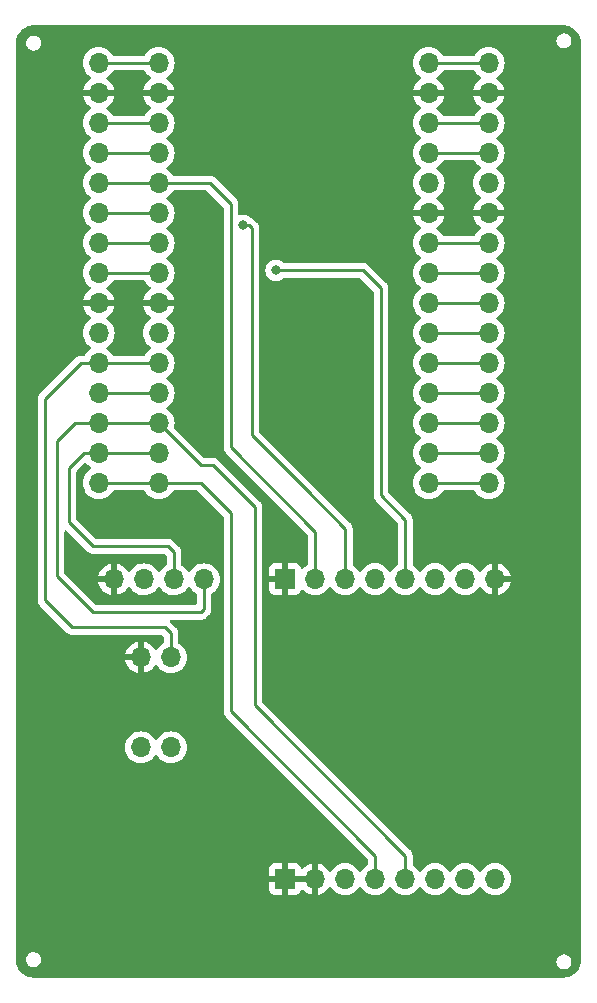
<source format=gbr>
%TF.GenerationSoftware,KiCad,Pcbnew,7.0.7*%
%TF.CreationDate,2023-09-27T12:22:37+02:00*%
%TF.ProjectId,EEE4022S Receiver Circuit,45454534-3032-4325-9320-526563656976,rev?*%
%TF.SameCoordinates,Original*%
%TF.FileFunction,Copper,L1,Top*%
%TF.FilePolarity,Positive*%
%FSLAX46Y46*%
G04 Gerber Fmt 4.6, Leading zero omitted, Abs format (unit mm)*
G04 Created by KiCad (PCBNEW 7.0.7) date 2023-09-27 12:22:37*
%MOMM*%
%LPD*%
G01*
G04 APERTURE LIST*
%TA.AperFunction,ComponentPad*%
%ADD10O,1.700000X1.700000*%
%TD*%
%TA.AperFunction,ComponentPad*%
%ADD11R,1.700000X1.700000*%
%TD*%
%TA.AperFunction,ViaPad*%
%ADD12C,0.800000*%
%TD*%
%TA.AperFunction,Conductor*%
%ADD13C,0.250000*%
%TD*%
G04 APERTURE END LIST*
D10*
%TO.P,U1,1,A0*%
%TO.N,unconnected-(U1-A0-Pad1)*%
X119355000Y-107158000D03*
X114275000Y-107158000D03*
%TO.P,U1,2,RSV*%
%TO.N,unconnected-(U1-RSV-Pad2)*%
X119355000Y-104618000D03*
X114275000Y-104618000D03*
%TO.P,U1,3,RSV*%
%TO.N,unconnected-(U1-RSV-Pad3)*%
X119355000Y-102078000D03*
X114275000Y-102078000D03*
%TO.P,U1,4,SD3*%
%TO.N,unconnected-(U1-SD3-Pad4)*%
X119355000Y-99538000D03*
X114275000Y-99538000D03*
%TO.P,U1,5,SD2*%
%TO.N,unconnected-(U1-SD2-Pad5)*%
X119355000Y-96998000D03*
X114275000Y-96998000D03*
%TO.P,U1,6,SD1*%
%TO.N,unconnected-(U1-SD1-Pad6)*%
X119355000Y-94458000D03*
X114275000Y-94458000D03*
%TO.P,U1,7,CMD*%
%TO.N,unconnected-(U1-CMD-Pad7)*%
X119355000Y-91918000D03*
X114275000Y-91918000D03*
%TO.P,U1,8,SDO*%
%TO.N,unconnected-(U1-SDO-Pad8)*%
X119355000Y-89378000D03*
X114275000Y-89378000D03*
%TO.P,U1,9,CLK*%
%TO.N,unconnected-(U1-CLK-Pad9)*%
X119355000Y-86838000D03*
X114275000Y-86838000D03*
%TO.P,U1,10,GND*%
%TO.N,GND*%
X119355000Y-84298000D03*
X114275000Y-84298000D03*
%TO.P,U1,11,3V3*%
%TO.N,3V3*%
X119355000Y-81758000D03*
X114275000Y-81758000D03*
%TO.P,U1,12,EN*%
%TO.N,unconnected-(U1-EN-Pad12)*%
X119355000Y-79218000D03*
X114275000Y-79218000D03*
%TO.P,U1,13,RST*%
%TO.N,unconnected-(U1-RST-Pad13)*%
X119355000Y-76678000D03*
X114275000Y-76678000D03*
%TO.P,U1,14,GND*%
%TO.N,GND*%
X119355000Y-74138000D03*
X114275000Y-74138000D03*
%TO.P,U1,15,Vin*%
%TO.N,unconnected-(U1-Vin-Pad15)*%
X119355000Y-71598000D03*
X114275000Y-71598000D03*
%TO.P,U1,16,D0*%
%TO.N,D0*%
X91415000Y-107158000D03*
X86335000Y-107158000D03*
%TO.P,U1,17,D1*%
%TO.N,D1*%
X91415000Y-104618000D03*
X86335000Y-104618000D03*
%TO.P,U1,18,D2*%
%TO.N,D2*%
X91415000Y-102078000D03*
X86335000Y-102078000D03*
%TO.P,U1,19,D3*%
%TO.N,unconnected-(U1-D3-Pad19)*%
X91415000Y-99538000D03*
X86335000Y-99538000D03*
%TO.P,U1,20,D4*%
%TO.N,D4*%
X91415000Y-96998000D03*
X86335000Y-96998000D03*
%TO.P,U1,21,3V3*%
%TO.N,3V3*%
X91415000Y-94458000D03*
X86335000Y-94458000D03*
%TO.P,U1,22,GND*%
%TO.N,GND*%
X91415000Y-91918000D03*
X86335000Y-91918000D03*
%TO.P,U1,23,D5*%
%TO.N,D5*%
X91415000Y-89378000D03*
X86335000Y-89378000D03*
%TO.P,U1,24,D6*%
%TO.N,D6*%
X91415000Y-86838000D03*
X86335000Y-86838000D03*
%TO.P,U1,25,D7*%
%TO.N,D7*%
X91415000Y-84298000D03*
X86335000Y-84298000D03*
%TO.P,U1,26,D8*%
%TO.N,D8*%
X91415000Y-81758000D03*
X86335000Y-81758000D03*
%TO.P,U1,27,RX*%
%TO.N,unconnected-(U1-RX-Pad27)*%
X91415000Y-79218000D03*
X86335000Y-79218000D03*
%TO.P,U1,28,TX*%
%TO.N,unconnected-(U1-TX-Pad28)*%
X91415000Y-76678000D03*
X86335000Y-76678000D03*
%TO.P,U1,29,GND*%
%TO.N,GND*%
X91415000Y-74138000D03*
X86335000Y-74138000D03*
%TO.P,U1,30,3V3*%
%TO.N,unconnected-(U1-3V3-Pad30)*%
X91415000Y-71598000D03*
X86335000Y-71598000D03*
%TD*%
D11*
%TO.P,U4,1,GND*%
%TO.N,GND*%
X102123000Y-115291000D03*
D10*
%TO.P,U4,2,NSS*%
%TO.N,D8*%
X104663000Y-115291000D03*
%TO.P,U4,3,MOSI*%
%TO.N,D7*%
X107203000Y-115291000D03*
%TO.P,U4,4,MISO*%
%TO.N,D6*%
X109743000Y-115291000D03*
%TO.P,U4,5,SCK*%
%TO.N,D5*%
X112283000Y-115291000D03*
%TO.P,U4,6,DIO5*%
%TO.N,unconnected-(U4-DIO5-Pad6)*%
X114823000Y-115291000D03*
%TO.P,U4,7,DIO4*%
%TO.N,unconnected-(U4-DIO4-Pad7)*%
X117363000Y-115291000D03*
%TO.P,U4,8,GND*%
%TO.N,GND*%
X119903000Y-115291000D03*
D11*
%TO.P,U4,9,GND*%
X102123000Y-140691000D03*
D10*
%TO.P,U4,10,GND*%
X104663000Y-140691000D03*
%TO.P,U4,11,3.3V*%
%TO.N,3V3*%
X107203000Y-140691000D03*
%TO.P,U4,12,RST*%
%TO.N,D0*%
X109743000Y-140691000D03*
%TO.P,U4,13,DIO0*%
%TO.N,D2*%
X112283000Y-140691000D03*
%TO.P,U4,14,DIO1*%
%TO.N,unconnected-(U4-DIO1-Pad14)*%
X114823000Y-140691000D03*
%TO.P,U4,15,DIO2*%
%TO.N,unconnected-(U4-DIO2-Pad15)*%
X117363000Y-140691000D03*
%TO.P,U4,16,DIO3*%
%TO.N,unconnected-(U4-DIO3-Pad16)*%
X119903000Y-140691000D03*
%TD*%
%TO.P,U2,*%
%TO.N,*%
X89916000Y-129540000D03*
X92456000Y-129540000D03*
%TO.P,U2,1,GND*%
%TO.N,GND*%
X89916000Y-121920000D03*
%TO.P,U2,2,PIN*%
%TO.N,D4*%
X92456000Y-121920000D03*
%TD*%
%TO.P,U5,1,GND*%
%TO.N,GND*%
X87630000Y-115316000D03*
%TO.P,U5,2,VCC*%
%TO.N,3V3*%
X90170000Y-115316000D03*
%TO.P,U5,3,SCL*%
%TO.N,D1*%
X92710000Y-115316000D03*
%TO.P,U5,4,SDA*%
%TO.N,D2*%
X95250000Y-115316000D03*
%TD*%
D12*
%TO.N,D5*%
X101346000Y-89154000D03*
%TO.N,D7*%
X98552000Y-85344000D03*
%TD*%
D13*
%TO.N,D2*%
X91415000Y-102078000D02*
X95001000Y-105664000D01*
X95001000Y-105664000D02*
X96012000Y-105664000D01*
%TO.N,unconnected-(U1-D3-Pad19)*%
X91415000Y-99538000D02*
X86335000Y-99538000D01*
%TO.N,unconnected-(U1-A0-Pad1)*%
X114275000Y-107158000D02*
X119355000Y-107158000D01*
%TO.N,unconnected-(U1-RSV-Pad2)*%
X114275000Y-104618000D02*
X119355000Y-104618000D01*
%TO.N,unconnected-(U1-RSV-Pad3)*%
X114275000Y-102078000D02*
X119355000Y-102078000D01*
%TO.N,unconnected-(U1-SD3-Pad4)*%
X114275000Y-99538000D02*
X119355000Y-99538000D01*
%TO.N,unconnected-(U1-SD2-Pad5)*%
X114275000Y-96998000D02*
X119355000Y-96998000D01*
%TO.N,unconnected-(U1-SD1-Pad6)*%
X114275000Y-94458000D02*
X119355000Y-94458000D01*
%TO.N,unconnected-(U1-CMD-Pad7)*%
X114275000Y-91918000D02*
X119355000Y-91918000D01*
%TO.N,unconnected-(U1-SDO-Pad8)*%
X114275000Y-89378000D02*
X119355000Y-89378000D01*
%TO.N,unconnected-(U1-CLK-Pad9)*%
X114275000Y-86838000D02*
X119355000Y-86838000D01*
%TO.N,unconnected-(U1-EN-Pad12)*%
X114275000Y-79218000D02*
X119355000Y-79218000D01*
%TO.N,unconnected-(U1-RST-Pad13)*%
X114275000Y-76678000D02*
X119355000Y-76678000D01*
%TO.N,unconnected-(U1-Vin-Pad15)*%
X114275000Y-71598000D02*
X119355000Y-71598000D01*
%TO.N,D0*%
X86335000Y-107158000D02*
X91415000Y-107158000D01*
X109743000Y-140691000D02*
X109743000Y-138699000D01*
X109743000Y-138699000D02*
X97536000Y-126492000D01*
X97536000Y-109728000D02*
X94966000Y-107158000D01*
X97536000Y-126492000D02*
X97536000Y-109728000D01*
X94966000Y-107158000D02*
X91415000Y-107158000D01*
%TO.N,D1*%
X83820000Y-110490000D02*
X83820000Y-105918000D01*
X92202000Y-112522000D02*
X85852000Y-112522000D01*
X92710000Y-115316000D02*
X92710000Y-113030000D01*
X85852000Y-112522000D02*
X83820000Y-110490000D01*
X86335000Y-104618000D02*
X91415000Y-104618000D01*
X92710000Y-113030000D02*
X92202000Y-112522000D01*
X83820000Y-105918000D02*
X85120000Y-104618000D01*
X85120000Y-104618000D02*
X86335000Y-104618000D01*
%TO.N,D2*%
X95250000Y-117856000D02*
X94996000Y-118110000D01*
X86335000Y-102078000D02*
X91415000Y-102078000D01*
X95250000Y-115316000D02*
X95250000Y-117856000D01*
X84358000Y-102078000D02*
X86335000Y-102078000D01*
X94996000Y-118110000D02*
X85852000Y-118110000D01*
X82804000Y-115062000D02*
X82804000Y-103632000D01*
X82804000Y-103632000D02*
X84358000Y-102078000D01*
X85852000Y-118110000D02*
X82804000Y-115062000D01*
X112283000Y-140691000D02*
X112283000Y-138699000D01*
X99568000Y-109220000D02*
X96012000Y-105664000D01*
X99568000Y-125984000D02*
X99568000Y-109220000D01*
X112283000Y-138699000D02*
X99568000Y-125984000D01*
%TO.N,D4*%
X81788000Y-100076000D02*
X84866000Y-96998000D01*
X92456000Y-121920000D02*
X92456000Y-119888000D01*
X92456000Y-119888000D02*
X91948000Y-119380000D01*
X81788000Y-117094000D02*
X81788000Y-100076000D01*
X84074000Y-119380000D02*
X81788000Y-117094000D01*
X91948000Y-119380000D02*
X84074000Y-119380000D01*
X86335000Y-96998000D02*
X91415000Y-96998000D01*
X84866000Y-96998000D02*
X86335000Y-96998000D01*
%TO.N,D5*%
X86335000Y-89378000D02*
X91415000Y-89378000D01*
X112283000Y-110251000D02*
X110236000Y-108204000D01*
X108712000Y-89154000D02*
X101346000Y-89154000D01*
X112283000Y-115291000D02*
X112283000Y-110251000D01*
X110236000Y-90678000D02*
X108712000Y-89154000D01*
X110236000Y-108204000D02*
X110236000Y-90678000D01*
%TO.N,D6*%
X86335000Y-86838000D02*
X91415000Y-86838000D01*
%TO.N,D7*%
X99314000Y-97790000D02*
X99314000Y-91694000D01*
X103886000Y-107696000D02*
X99314000Y-103124000D01*
X99314000Y-85598000D02*
X99060000Y-85344000D01*
X99314000Y-103124000D02*
X99314000Y-97790000D01*
X86335000Y-84298000D02*
X91415000Y-84298000D01*
X107203000Y-111013000D02*
X103886000Y-107696000D01*
X99060000Y-85344000D02*
X98552000Y-85344000D01*
X107203000Y-115291000D02*
X107203000Y-111013000D01*
X99314000Y-91694000D02*
X99314000Y-85598000D01*
%TO.N,D8*%
X95728000Y-81758000D02*
X91415000Y-81758000D01*
X97536000Y-83566000D02*
X95728000Y-81758000D01*
X97536000Y-104140000D02*
X97536000Y-83566000D01*
X86335000Y-81758000D02*
X91415000Y-81758000D01*
X104663000Y-115291000D02*
X104663000Y-111267000D01*
X104663000Y-111267000D02*
X97536000Y-104140000D01*
%TO.N,unconnected-(U1-RX-Pad27)*%
X86335000Y-79218000D02*
X91415000Y-79218000D01*
%TO.N,unconnected-(U1-TX-Pad28)*%
X86335000Y-76678000D02*
X91415000Y-76678000D01*
%TO.N,unconnected-(U1-3V3-Pad30)*%
X86335000Y-71598000D02*
X91415000Y-71598000D01*
%TD*%
%TA.AperFunction,Conductor*%
%TO.N,GND*%
G36*
X104116692Y-140460685D02*
G01*
X104162447Y-140513489D01*
X104172391Y-140582647D01*
X104168631Y-140599933D01*
X104163000Y-140619111D01*
X104163000Y-140762888D01*
X104168631Y-140782067D01*
X104168630Y-140851936D01*
X104130855Y-140910714D01*
X104067299Y-140939738D01*
X104049653Y-140941000D01*
X102736347Y-140941000D01*
X102669308Y-140921315D01*
X102623553Y-140868511D01*
X102613609Y-140799353D01*
X102617369Y-140782067D01*
X102623000Y-140762888D01*
X102623000Y-140619111D01*
X102617369Y-140599933D01*
X102617370Y-140530064D01*
X102655145Y-140471286D01*
X102718701Y-140442262D01*
X102736347Y-140441000D01*
X104049653Y-140441000D01*
X104116692Y-140460685D01*
G37*
%TD.AperFunction*%
%TA.AperFunction,Conductor*%
G36*
X83634703Y-111189739D02*
G01*
X83641179Y-111195769D01*
X84497289Y-112051880D01*
X85351197Y-112905788D01*
X85361022Y-112918051D01*
X85361243Y-112917869D01*
X85366214Y-112923878D01*
X85374195Y-112931372D01*
X85416635Y-112971226D01*
X85437529Y-112992120D01*
X85443011Y-112996373D01*
X85447443Y-113000157D01*
X85481418Y-113032062D01*
X85498976Y-113041714D01*
X85515233Y-113052393D01*
X85531064Y-113064673D01*
X85550737Y-113073186D01*
X85573833Y-113083182D01*
X85579077Y-113085750D01*
X85619908Y-113108197D01*
X85632523Y-113111435D01*
X85639305Y-113113177D01*
X85657719Y-113119481D01*
X85676104Y-113127438D01*
X85722157Y-113134732D01*
X85727826Y-113135906D01*
X85772981Y-113147500D01*
X85793016Y-113147500D01*
X85812413Y-113149026D01*
X85832196Y-113152160D01*
X85878583Y-113147775D01*
X85884422Y-113147500D01*
X91891548Y-113147500D01*
X91958587Y-113167185D01*
X91979229Y-113183819D01*
X92048181Y-113252771D01*
X92081666Y-113314094D01*
X92084500Y-113340452D01*
X92084500Y-114040773D01*
X92064815Y-114107812D01*
X92031623Y-114142348D01*
X91838597Y-114277505D01*
X91671508Y-114444594D01*
X91541574Y-114630159D01*
X91486997Y-114673784D01*
X91417498Y-114680976D01*
X91355144Y-114649454D01*
X91338424Y-114630158D01*
X91334735Y-114624890D01*
X91208495Y-114444599D01*
X91208494Y-114444597D01*
X91041402Y-114277506D01*
X91041395Y-114277501D01*
X90847834Y-114141967D01*
X90847830Y-114141965D01*
X90795039Y-114117348D01*
X90633663Y-114042097D01*
X90633659Y-114042096D01*
X90633655Y-114042094D01*
X90405413Y-113980938D01*
X90405403Y-113980936D01*
X90170001Y-113960341D01*
X90169999Y-113960341D01*
X89934596Y-113980936D01*
X89934586Y-113980938D01*
X89706344Y-114042094D01*
X89706335Y-114042098D01*
X89492171Y-114141964D01*
X89492169Y-114141965D01*
X89298597Y-114277505D01*
X89131508Y-114444594D01*
X89001269Y-114630595D01*
X88946692Y-114674219D01*
X88877193Y-114681412D01*
X88814839Y-114649890D01*
X88798119Y-114630594D01*
X88668113Y-114444926D01*
X88668108Y-114444920D01*
X88501082Y-114277894D01*
X88307578Y-114142399D01*
X88093492Y-114042570D01*
X88093486Y-114042567D01*
X87880000Y-113985364D01*
X87880000Y-114703698D01*
X87860315Y-114770737D01*
X87807511Y-114816492D01*
X87738355Y-114826436D01*
X87665766Y-114816000D01*
X87665763Y-114816000D01*
X87594237Y-114816000D01*
X87521646Y-114826437D01*
X87452487Y-114816493D01*
X87399683Y-114770738D01*
X87379999Y-114703699D01*
X87379999Y-113985364D01*
X87166513Y-114042567D01*
X87166507Y-114042570D01*
X86952422Y-114142399D01*
X86952420Y-114142400D01*
X86758926Y-114277886D01*
X86758920Y-114277891D01*
X86591891Y-114444920D01*
X86591886Y-114444926D01*
X86456400Y-114638420D01*
X86456399Y-114638422D01*
X86356570Y-114852507D01*
X86356567Y-114852513D01*
X86299364Y-115065999D01*
X86299364Y-115066000D01*
X87016653Y-115066000D01*
X87083692Y-115085685D01*
X87129447Y-115138489D01*
X87139391Y-115207647D01*
X87135631Y-115224933D01*
X87130000Y-115244111D01*
X87130000Y-115387888D01*
X87135631Y-115407067D01*
X87135630Y-115476936D01*
X87097855Y-115535714D01*
X87034299Y-115564738D01*
X87016653Y-115566000D01*
X86299364Y-115566000D01*
X86356567Y-115779486D01*
X86356570Y-115779492D01*
X86456399Y-115993578D01*
X86591894Y-116187082D01*
X86758917Y-116354105D01*
X86952421Y-116489600D01*
X87166507Y-116589429D01*
X87166516Y-116589433D01*
X87379999Y-116646633D01*
X87379999Y-115928301D01*
X87399683Y-115861262D01*
X87452487Y-115815507D01*
X87521646Y-115805563D01*
X87528380Y-115806531D01*
X87594237Y-115816000D01*
X87594238Y-115816000D01*
X87665762Y-115816000D01*
X87665763Y-115816000D01*
X87738353Y-115805563D01*
X87807512Y-115815507D01*
X87860315Y-115861262D01*
X87880000Y-115928301D01*
X87880000Y-116646633D01*
X88093483Y-116589433D01*
X88093492Y-116589429D01*
X88307578Y-116489600D01*
X88501082Y-116354105D01*
X88668105Y-116187082D01*
X88798119Y-116001405D01*
X88852696Y-115957781D01*
X88922195Y-115950588D01*
X88984549Y-115982110D01*
X89001269Y-116001405D01*
X89131505Y-116187401D01*
X89298599Y-116354495D01*
X89395384Y-116422264D01*
X89492165Y-116490032D01*
X89492167Y-116490033D01*
X89492170Y-116490035D01*
X89706337Y-116589903D01*
X89706343Y-116589904D01*
X89706344Y-116589905D01*
X89761285Y-116604626D01*
X89934592Y-116651063D01*
X90122918Y-116667539D01*
X90169999Y-116671659D01*
X90170000Y-116671659D01*
X90170001Y-116671659D01*
X90209234Y-116668226D01*
X90405408Y-116651063D01*
X90633663Y-116589903D01*
X90847830Y-116490035D01*
X91041401Y-116354495D01*
X91208495Y-116187401D01*
X91338424Y-116001842D01*
X91393002Y-115958217D01*
X91462500Y-115951023D01*
X91524855Y-115982546D01*
X91541575Y-116001842D01*
X91671500Y-116187395D01*
X91671505Y-116187401D01*
X91838599Y-116354495D01*
X91935384Y-116422264D01*
X92032165Y-116490032D01*
X92032167Y-116490033D01*
X92032170Y-116490035D01*
X92246337Y-116589903D01*
X92246343Y-116589904D01*
X92246344Y-116589905D01*
X92301285Y-116604626D01*
X92474592Y-116651063D01*
X92662918Y-116667539D01*
X92709999Y-116671659D01*
X92710000Y-116671659D01*
X92710001Y-116671659D01*
X92749234Y-116668226D01*
X92945408Y-116651063D01*
X93173663Y-116589903D01*
X93387830Y-116490035D01*
X93581401Y-116354495D01*
X93748495Y-116187401D01*
X93878424Y-116001842D01*
X93933002Y-115958217D01*
X94002500Y-115951023D01*
X94064855Y-115982546D01*
X94081575Y-116001842D01*
X94211500Y-116187395D01*
X94211505Y-116187401D01*
X94378599Y-116354495D01*
X94571624Y-116489653D01*
X94615248Y-116544228D01*
X94624500Y-116591226D01*
X94624500Y-117360500D01*
X94604815Y-117427539D01*
X94552011Y-117473294D01*
X94500500Y-117484500D01*
X86162452Y-117484500D01*
X86095413Y-117464815D01*
X86074771Y-117448181D01*
X83465819Y-114839228D01*
X83432334Y-114777905D01*
X83429500Y-114751547D01*
X83429500Y-111283452D01*
X83449185Y-111216413D01*
X83501989Y-111170658D01*
X83571147Y-111160714D01*
X83634703Y-111189739D01*
G37*
%TD.AperFunction*%
%TA.AperFunction,Conductor*%
G36*
X90206812Y-90023185D02*
G01*
X90241348Y-90056377D01*
X90376500Y-90249395D01*
X90376505Y-90249401D01*
X90543599Y-90416495D01*
X90721530Y-90541084D01*
X90729594Y-90546730D01*
X90773219Y-90601307D01*
X90780413Y-90670805D01*
X90748890Y-90733160D01*
X90729595Y-90749880D01*
X90543922Y-90879890D01*
X90543920Y-90879891D01*
X90376891Y-91046920D01*
X90376886Y-91046926D01*
X90241400Y-91240420D01*
X90241399Y-91240422D01*
X90141570Y-91454507D01*
X90141567Y-91454513D01*
X90084364Y-91667999D01*
X90084364Y-91668000D01*
X90801653Y-91668000D01*
X90868692Y-91687685D01*
X90914447Y-91740489D01*
X90924391Y-91809647D01*
X90920631Y-91826933D01*
X90915000Y-91846111D01*
X90915000Y-91989888D01*
X90920631Y-92009067D01*
X90920630Y-92078936D01*
X90882855Y-92137714D01*
X90819299Y-92166738D01*
X90801653Y-92168000D01*
X90084364Y-92168000D01*
X90141567Y-92381486D01*
X90141570Y-92381492D01*
X90241399Y-92595578D01*
X90376894Y-92789082D01*
X90543917Y-92956105D01*
X90729595Y-93086119D01*
X90773219Y-93140696D01*
X90780412Y-93210195D01*
X90748890Y-93272549D01*
X90729595Y-93289269D01*
X90543594Y-93419508D01*
X90376505Y-93586597D01*
X90240965Y-93780169D01*
X90240964Y-93780171D01*
X90141098Y-93994335D01*
X90141094Y-93994344D01*
X90079938Y-94222586D01*
X90079936Y-94222596D01*
X90059341Y-94457999D01*
X90059341Y-94458000D01*
X90079936Y-94693403D01*
X90079938Y-94693413D01*
X90141094Y-94921655D01*
X90141096Y-94921659D01*
X90141097Y-94921663D01*
X90216563Y-95083500D01*
X90240965Y-95135830D01*
X90240967Y-95135834D01*
X90349281Y-95290521D01*
X90376501Y-95329396D01*
X90376506Y-95329402D01*
X90543597Y-95496493D01*
X90543603Y-95496498D01*
X90729158Y-95626425D01*
X90772783Y-95681002D01*
X90779977Y-95750500D01*
X90748454Y-95812855D01*
X90729158Y-95829575D01*
X90543597Y-95959505D01*
X90376505Y-96126597D01*
X90241348Y-96319623D01*
X90186771Y-96363248D01*
X90139773Y-96372500D01*
X87610227Y-96372500D01*
X87543188Y-96352815D01*
X87508652Y-96319623D01*
X87373494Y-96126597D01*
X87206402Y-95959506D01*
X87206396Y-95959501D01*
X87020842Y-95829575D01*
X86977217Y-95774998D01*
X86970023Y-95705500D01*
X87001546Y-95643145D01*
X87020842Y-95626425D01*
X87043026Y-95610891D01*
X87206401Y-95496495D01*
X87373495Y-95329401D01*
X87509035Y-95135830D01*
X87608903Y-94921663D01*
X87670063Y-94693408D01*
X87690659Y-94458000D01*
X87670063Y-94222592D01*
X87608903Y-93994337D01*
X87509035Y-93780171D01*
X87508652Y-93779623D01*
X87373494Y-93586597D01*
X87206402Y-93419506D01*
X87206401Y-93419505D01*
X87020405Y-93289269D01*
X86976781Y-93234692D01*
X86969588Y-93165193D01*
X87001110Y-93102839D01*
X87020405Y-93086119D01*
X87206082Y-92956105D01*
X87373105Y-92789082D01*
X87508600Y-92595578D01*
X87608429Y-92381492D01*
X87608432Y-92381486D01*
X87665636Y-92168000D01*
X86948347Y-92168000D01*
X86881308Y-92148315D01*
X86835553Y-92095511D01*
X86825609Y-92026353D01*
X86829369Y-92009067D01*
X86835000Y-91989888D01*
X86835000Y-91846111D01*
X86829369Y-91826933D01*
X86829370Y-91757064D01*
X86867145Y-91698286D01*
X86930701Y-91669262D01*
X86948347Y-91668000D01*
X87665636Y-91668000D01*
X87665635Y-91667999D01*
X87608432Y-91454513D01*
X87608429Y-91454507D01*
X87508600Y-91240422D01*
X87508599Y-91240420D01*
X87373113Y-91046926D01*
X87373108Y-91046920D01*
X87206078Y-90879890D01*
X87020405Y-90749879D01*
X86976780Y-90695302D01*
X86969588Y-90625804D01*
X87001110Y-90563449D01*
X87020406Y-90546730D01*
X87020842Y-90546425D01*
X87206401Y-90416495D01*
X87373495Y-90249401D01*
X87508651Y-90056377D01*
X87563229Y-90012752D01*
X87610227Y-90003500D01*
X90139773Y-90003500D01*
X90206812Y-90023185D01*
G37*
%TD.AperFunction*%
%TA.AperFunction,Conductor*%
G36*
X90206812Y-72243185D02*
G01*
X90241348Y-72276377D01*
X90376501Y-72469396D01*
X90376506Y-72469402D01*
X90543597Y-72636493D01*
X90543603Y-72636498D01*
X90729594Y-72766730D01*
X90773219Y-72821307D01*
X90780413Y-72890805D01*
X90748890Y-72953160D01*
X90729595Y-72969880D01*
X90543922Y-73099890D01*
X90543920Y-73099891D01*
X90376891Y-73266920D01*
X90376886Y-73266926D01*
X90241400Y-73460420D01*
X90241399Y-73460422D01*
X90141570Y-73674507D01*
X90141567Y-73674513D01*
X90084364Y-73887999D01*
X90084364Y-73888000D01*
X90801653Y-73888000D01*
X90868692Y-73907685D01*
X90914447Y-73960489D01*
X90924391Y-74029647D01*
X90920631Y-74046933D01*
X90915000Y-74066111D01*
X90915000Y-74209888D01*
X90920631Y-74229067D01*
X90920630Y-74298936D01*
X90882855Y-74357714D01*
X90819299Y-74386738D01*
X90801653Y-74388000D01*
X90084364Y-74388000D01*
X90141567Y-74601486D01*
X90141570Y-74601492D01*
X90241399Y-74815578D01*
X90376894Y-75009082D01*
X90543917Y-75176105D01*
X90729595Y-75306119D01*
X90773219Y-75360696D01*
X90780412Y-75430195D01*
X90748890Y-75492549D01*
X90729595Y-75509269D01*
X90543594Y-75639508D01*
X90376505Y-75806597D01*
X90241348Y-75999623D01*
X90186771Y-76043248D01*
X90139773Y-76052500D01*
X87610227Y-76052500D01*
X87543188Y-76032815D01*
X87508652Y-75999623D01*
X87373494Y-75806597D01*
X87206402Y-75639506D01*
X87206401Y-75639505D01*
X87020405Y-75509269D01*
X86976781Y-75454692D01*
X86969588Y-75385193D01*
X87001110Y-75322839D01*
X87020405Y-75306119D01*
X87206082Y-75176105D01*
X87373105Y-75009082D01*
X87508600Y-74815578D01*
X87608429Y-74601492D01*
X87608432Y-74601486D01*
X87665636Y-74388000D01*
X86948347Y-74388000D01*
X86881308Y-74368315D01*
X86835553Y-74315511D01*
X86825609Y-74246353D01*
X86829369Y-74229067D01*
X86835000Y-74209888D01*
X86835000Y-74066111D01*
X86829369Y-74046933D01*
X86829370Y-73977064D01*
X86867145Y-73918286D01*
X86930701Y-73889262D01*
X86948347Y-73888000D01*
X87665636Y-73888000D01*
X87665635Y-73887999D01*
X87608432Y-73674513D01*
X87608429Y-73674507D01*
X87508600Y-73460422D01*
X87508599Y-73460420D01*
X87373113Y-73266926D01*
X87373108Y-73266920D01*
X87206078Y-73099890D01*
X87020405Y-72969879D01*
X86976780Y-72915302D01*
X86969588Y-72845804D01*
X87001110Y-72783449D01*
X87020406Y-72766730D01*
X87206401Y-72636495D01*
X87373495Y-72469401D01*
X87508651Y-72276377D01*
X87563229Y-72232752D01*
X87610227Y-72223500D01*
X90139773Y-72223500D01*
X90206812Y-72243185D01*
G37*
%TD.AperFunction*%
%TA.AperFunction,Conductor*%
G36*
X118146812Y-79863185D02*
G01*
X118181348Y-79896377D01*
X118316501Y-80089396D01*
X118316506Y-80089402D01*
X118483597Y-80256493D01*
X118483603Y-80256498D01*
X118669158Y-80386425D01*
X118712783Y-80441002D01*
X118719977Y-80510500D01*
X118688454Y-80572855D01*
X118669158Y-80589575D01*
X118483597Y-80719505D01*
X118316505Y-80886597D01*
X118180965Y-81080169D01*
X118180964Y-81080171D01*
X118081098Y-81294335D01*
X118081094Y-81294344D01*
X118019938Y-81522586D01*
X118019936Y-81522596D01*
X117999341Y-81757999D01*
X117999341Y-81758000D01*
X118019936Y-81993403D01*
X118019938Y-81993413D01*
X118081094Y-82221655D01*
X118081096Y-82221659D01*
X118081097Y-82221663D01*
X118156563Y-82383500D01*
X118180965Y-82435830D01*
X118180967Y-82435834D01*
X118289281Y-82590521D01*
X118316501Y-82629396D01*
X118316506Y-82629402D01*
X118483597Y-82796493D01*
X118483603Y-82796498D01*
X118669594Y-82926730D01*
X118713219Y-82981307D01*
X118720413Y-83050805D01*
X118688890Y-83113160D01*
X118669595Y-83129880D01*
X118483922Y-83259890D01*
X118483920Y-83259891D01*
X118316891Y-83426920D01*
X118316886Y-83426926D01*
X118181400Y-83620420D01*
X118181399Y-83620422D01*
X118081570Y-83834507D01*
X118081567Y-83834513D01*
X118024364Y-84047999D01*
X118024364Y-84048000D01*
X118741653Y-84048000D01*
X118808692Y-84067685D01*
X118854447Y-84120489D01*
X118864391Y-84189647D01*
X118860631Y-84206933D01*
X118855000Y-84226111D01*
X118855000Y-84369888D01*
X118860631Y-84389067D01*
X118860630Y-84458936D01*
X118822855Y-84517714D01*
X118759299Y-84546738D01*
X118741653Y-84548000D01*
X118024364Y-84548000D01*
X118081567Y-84761486D01*
X118081570Y-84761492D01*
X118181399Y-84975578D01*
X118316894Y-85169082D01*
X118483917Y-85336105D01*
X118669595Y-85466119D01*
X118713219Y-85520696D01*
X118720412Y-85590195D01*
X118688890Y-85652549D01*
X118669595Y-85669269D01*
X118483594Y-85799508D01*
X118316505Y-85966597D01*
X118181348Y-86159623D01*
X118126771Y-86203248D01*
X118079773Y-86212500D01*
X115550227Y-86212500D01*
X115483188Y-86192815D01*
X115448652Y-86159623D01*
X115313494Y-85966597D01*
X115146402Y-85799506D01*
X115146401Y-85799505D01*
X114960405Y-85669269D01*
X114916781Y-85614692D01*
X114909588Y-85545193D01*
X114941110Y-85482839D01*
X114960405Y-85466119D01*
X115146082Y-85336105D01*
X115313105Y-85169082D01*
X115448600Y-84975578D01*
X115548429Y-84761492D01*
X115548432Y-84761486D01*
X115605636Y-84548000D01*
X114888347Y-84548000D01*
X114821308Y-84528315D01*
X114775553Y-84475511D01*
X114765609Y-84406353D01*
X114769369Y-84389067D01*
X114775000Y-84369888D01*
X114775000Y-84226111D01*
X114769369Y-84206933D01*
X114769370Y-84137064D01*
X114807145Y-84078286D01*
X114870701Y-84049262D01*
X114888347Y-84048000D01*
X115605636Y-84048000D01*
X115605635Y-84047999D01*
X115548432Y-83834513D01*
X115548429Y-83834507D01*
X115448600Y-83620422D01*
X115448599Y-83620420D01*
X115313113Y-83426926D01*
X115313108Y-83426920D01*
X115146078Y-83259890D01*
X114960405Y-83129879D01*
X114916780Y-83075302D01*
X114909588Y-83005804D01*
X114941110Y-82943449D01*
X114960406Y-82926730D01*
X114960842Y-82926425D01*
X115146401Y-82796495D01*
X115313495Y-82629401D01*
X115449035Y-82435830D01*
X115548903Y-82221663D01*
X115610063Y-81993408D01*
X115630659Y-81758000D01*
X115610063Y-81522592D01*
X115548903Y-81294337D01*
X115449035Y-81080171D01*
X115448652Y-81079623D01*
X115313494Y-80886597D01*
X115146402Y-80719506D01*
X115146396Y-80719501D01*
X114960842Y-80589575D01*
X114917217Y-80534998D01*
X114910023Y-80465500D01*
X114941546Y-80403145D01*
X114960842Y-80386425D01*
X114983026Y-80370891D01*
X115146401Y-80256495D01*
X115313495Y-80089401D01*
X115448651Y-79896377D01*
X115503229Y-79852752D01*
X115550227Y-79843500D01*
X118079773Y-79843500D01*
X118146812Y-79863185D01*
G37*
%TD.AperFunction*%
%TA.AperFunction,Conductor*%
G36*
X118146812Y-72243185D02*
G01*
X118181348Y-72276377D01*
X118316501Y-72469396D01*
X118316506Y-72469402D01*
X118483597Y-72636493D01*
X118483603Y-72636498D01*
X118669594Y-72766730D01*
X118713219Y-72821307D01*
X118720413Y-72890805D01*
X118688890Y-72953160D01*
X118669595Y-72969880D01*
X118483922Y-73099890D01*
X118483920Y-73099891D01*
X118316891Y-73266920D01*
X118316886Y-73266926D01*
X118181400Y-73460420D01*
X118181399Y-73460422D01*
X118081570Y-73674507D01*
X118081567Y-73674513D01*
X118024364Y-73887999D01*
X118024364Y-73888000D01*
X118741653Y-73888000D01*
X118808692Y-73907685D01*
X118854447Y-73960489D01*
X118864391Y-74029647D01*
X118860631Y-74046933D01*
X118855000Y-74066111D01*
X118855000Y-74209888D01*
X118860631Y-74229067D01*
X118860630Y-74298936D01*
X118822855Y-74357714D01*
X118759299Y-74386738D01*
X118741653Y-74388000D01*
X118024364Y-74388000D01*
X118081567Y-74601486D01*
X118081570Y-74601492D01*
X118181399Y-74815578D01*
X118316894Y-75009082D01*
X118483917Y-75176105D01*
X118669595Y-75306119D01*
X118713219Y-75360696D01*
X118720412Y-75430195D01*
X118688890Y-75492549D01*
X118669595Y-75509269D01*
X118483594Y-75639508D01*
X118316505Y-75806597D01*
X118181348Y-75999623D01*
X118126771Y-76043248D01*
X118079773Y-76052500D01*
X115550227Y-76052500D01*
X115483188Y-76032815D01*
X115448652Y-75999623D01*
X115313494Y-75806597D01*
X115146402Y-75639506D01*
X115146401Y-75639505D01*
X114960405Y-75509269D01*
X114916781Y-75454692D01*
X114909588Y-75385193D01*
X114941110Y-75322839D01*
X114960405Y-75306119D01*
X115146082Y-75176105D01*
X115313105Y-75009082D01*
X115448600Y-74815578D01*
X115548429Y-74601492D01*
X115548432Y-74601486D01*
X115605636Y-74388000D01*
X114888347Y-74388000D01*
X114821308Y-74368315D01*
X114775553Y-74315511D01*
X114765609Y-74246353D01*
X114769369Y-74229067D01*
X114775000Y-74209888D01*
X114775000Y-74066111D01*
X114769369Y-74046933D01*
X114769370Y-73977064D01*
X114807145Y-73918286D01*
X114870701Y-73889262D01*
X114888347Y-73888000D01*
X115605636Y-73888000D01*
X115605635Y-73887999D01*
X115548432Y-73674513D01*
X115548429Y-73674507D01*
X115448600Y-73460422D01*
X115448599Y-73460420D01*
X115313113Y-73266926D01*
X115313108Y-73266920D01*
X115146078Y-73099890D01*
X114960405Y-72969879D01*
X114916780Y-72915302D01*
X114909588Y-72845804D01*
X114941110Y-72783449D01*
X114960406Y-72766730D01*
X115146401Y-72636495D01*
X115313495Y-72469401D01*
X115448651Y-72276377D01*
X115503229Y-72232752D01*
X115550227Y-72223500D01*
X118079773Y-72223500D01*
X118146812Y-72243185D01*
G37*
%TD.AperFunction*%
%TA.AperFunction,Conductor*%
G36*
X125670574Y-68388288D02*
G01*
X125738025Y-68393111D01*
X125888600Y-68404959D01*
X125896918Y-68406186D01*
X125919783Y-68411159D01*
X125992858Y-68427055D01*
X126111704Y-68455585D01*
X126118887Y-68457779D01*
X126216547Y-68494203D01*
X126324686Y-68538995D01*
X126330670Y-68541858D01*
X126423063Y-68592307D01*
X126425745Y-68593860D01*
X126522835Y-68653356D01*
X126527590Y-68656582D01*
X126566790Y-68685927D01*
X126612600Y-68720220D01*
X126615711Y-68722708D01*
X126701693Y-68796142D01*
X126705270Y-68799449D01*
X126780549Y-68874728D01*
X126783856Y-68878305D01*
X126857290Y-68964287D01*
X126859778Y-68967398D01*
X126923410Y-69052400D01*
X126926642Y-69057163D01*
X126986138Y-69154253D01*
X126987691Y-69156935D01*
X127038140Y-69249328D01*
X127041007Y-69255319D01*
X127085799Y-69363460D01*
X127122219Y-69461109D01*
X127124416Y-69468309D01*
X127152945Y-69587142D01*
X127173812Y-69683079D01*
X127175039Y-69691402D01*
X127186891Y-69842013D01*
X127189004Y-69871560D01*
X127190617Y-69894127D01*
X127191711Y-69909419D01*
X127191869Y-69913843D01*
X127191869Y-147510156D01*
X127191711Y-147514580D01*
X127186891Y-147581987D01*
X127175039Y-147732596D01*
X127173812Y-147740919D01*
X127152945Y-147836857D01*
X127124416Y-147955689D01*
X127122219Y-147962888D01*
X127085799Y-148060539D01*
X127041007Y-148168679D01*
X127038140Y-148174670D01*
X126987691Y-148267063D01*
X126986138Y-148269745D01*
X126926642Y-148366835D01*
X126923410Y-148371598D01*
X126859778Y-148456600D01*
X126857290Y-148459711D01*
X126783856Y-148545693D01*
X126780549Y-148549270D01*
X126705270Y-148624549D01*
X126701693Y-148627856D01*
X126615711Y-148701290D01*
X126612600Y-148703778D01*
X126527598Y-148767410D01*
X126522835Y-148770642D01*
X126425745Y-148830138D01*
X126423063Y-148831691D01*
X126330670Y-148882140D01*
X126324679Y-148885007D01*
X126216539Y-148929799D01*
X126118888Y-148966219D01*
X126111689Y-148968416D01*
X125992857Y-148996945D01*
X125896919Y-149017812D01*
X125888596Y-149019039D01*
X125737987Y-149030891D01*
X125705901Y-149033185D01*
X125670576Y-149035711D01*
X125666157Y-149035869D01*
X80835843Y-149035869D01*
X80831423Y-149035711D01*
X80796098Y-149033185D01*
X80764013Y-149030891D01*
X80613402Y-149019039D01*
X80605079Y-149017812D01*
X80509142Y-148996945D01*
X80390309Y-148968416D01*
X80383109Y-148966219D01*
X80285460Y-148929799D01*
X80177319Y-148885007D01*
X80171328Y-148882140D01*
X80078935Y-148831691D01*
X80076253Y-148830138D01*
X79979163Y-148770642D01*
X79974400Y-148767410D01*
X79889398Y-148703778D01*
X79886287Y-148701290D01*
X79800305Y-148627856D01*
X79796728Y-148624549D01*
X79721449Y-148549270D01*
X79718142Y-148545693D01*
X79644708Y-148459711D01*
X79642220Y-148456600D01*
X79607927Y-148410790D01*
X79578582Y-148371590D01*
X79575356Y-148366835D01*
X79515860Y-148269745D01*
X79514307Y-148267063D01*
X79463858Y-148174670D01*
X79460995Y-148168686D01*
X79416200Y-148060539D01*
X79379779Y-147962887D01*
X79377585Y-147955704D01*
X79349055Y-147836857D01*
X79328186Y-147740918D01*
X79326959Y-147732595D01*
X79323058Y-147683015D01*
X79315109Y-147581987D01*
X79310288Y-147514575D01*
X79310210Y-147512371D01*
X80197228Y-147512371D01*
X80199353Y-147529869D01*
X80215720Y-147664670D01*
X80215721Y-147664675D01*
X80270124Y-147808122D01*
X80270124Y-147808123D01*
X80319464Y-147879603D01*
X80354695Y-147930644D01*
X80357278Y-147934385D01*
X80472110Y-148036118D01*
X80472111Y-148036118D01*
X80472113Y-148036120D01*
X80607959Y-148107418D01*
X80631134Y-148113130D01*
X80635544Y-148114392D01*
X80637782Y-148115122D01*
X80637785Y-148115124D01*
X80642533Y-148116029D01*
X80645728Y-148116727D01*
X80756921Y-148144134D01*
X80756922Y-148144134D01*
X80774893Y-148144134D01*
X80780367Y-148145741D01*
X80803964Y-148144256D01*
X80807859Y-148144134D01*
X80910343Y-148144134D01*
X80910343Y-148144133D01*
X80919762Y-148141811D01*
X80925938Y-148140290D01*
X80934672Y-148140673D01*
X80964871Y-148130861D01*
X80969183Y-148129630D01*
X81059303Y-148107418D01*
X81072997Y-148100230D01*
X81084365Y-148097952D01*
X81096879Y-148090011D01*
X81096896Y-148090001D01*
X81103474Y-148085826D01*
X81103478Y-148085825D01*
X81115833Y-148077983D01*
X81120214Y-148075448D01*
X81175387Y-148046492D01*
X81195146Y-148036122D01*
X81195147Y-148036120D01*
X81195149Y-148036120D01*
X81206947Y-148025667D01*
X81219865Y-148019594D01*
X81232263Y-148006393D01*
X81232282Y-148006375D01*
X81237609Y-148000701D01*
X81237612Y-148000700D01*
X81247961Y-147989678D01*
X81252008Y-147985746D01*
X81309985Y-147934384D01*
X81319468Y-147920644D01*
X81332530Y-147910058D01*
X81353526Y-147871866D01*
X81356825Y-147866523D01*
X81379513Y-147833654D01*
X81397134Y-147808129D01*
X81397135Y-147808126D01*
X81397138Y-147808122D01*
X81403555Y-147791200D01*
X81415135Y-147775905D01*
X81419002Y-147760847D01*
X81430443Y-147731948D01*
X81436856Y-147720281D01*
X81439738Y-147704738D01*
X125093597Y-147704738D01*
X125112089Y-147857037D01*
X125112090Y-147857042D01*
X125166493Y-148000489D01*
X125166493Y-148000490D01*
X125218228Y-148075440D01*
X125251064Y-148123011D01*
X125253647Y-148126752D01*
X125368479Y-148228485D01*
X125368480Y-148228485D01*
X125368482Y-148228487D01*
X125504328Y-148299785D01*
X125527503Y-148305497D01*
X125531913Y-148306759D01*
X125534151Y-148307489D01*
X125534154Y-148307491D01*
X125538902Y-148308396D01*
X125542097Y-148309094D01*
X125653290Y-148336501D01*
X125653291Y-148336501D01*
X125671262Y-148336501D01*
X125676736Y-148338108D01*
X125700333Y-148336623D01*
X125704228Y-148336501D01*
X125806712Y-148336501D01*
X125806712Y-148336500D01*
X125816131Y-148334178D01*
X125822307Y-148332657D01*
X125831041Y-148333040D01*
X125861240Y-148323228D01*
X125865552Y-148321997D01*
X125955672Y-148299785D01*
X125969366Y-148292597D01*
X125980734Y-148290319D01*
X125993248Y-148282378D01*
X125993265Y-148282368D01*
X125999843Y-148278193D01*
X125999847Y-148278192D01*
X126012202Y-148270350D01*
X126016583Y-148267815D01*
X126065732Y-148242020D01*
X126091515Y-148228489D01*
X126091516Y-148228487D01*
X126091518Y-148228487D01*
X126103316Y-148218034D01*
X126116234Y-148211961D01*
X126128632Y-148198760D01*
X126128651Y-148198742D01*
X126133978Y-148193068D01*
X126133981Y-148193067D01*
X126144330Y-148182045D01*
X126148377Y-148178113D01*
X126206354Y-148126751D01*
X126215837Y-148113011D01*
X126228899Y-148102425D01*
X126249895Y-148064233D01*
X126253194Y-148058890D01*
X126289432Y-148006393D01*
X126293503Y-148000496D01*
X126293504Y-148000493D01*
X126293507Y-148000489D01*
X126299924Y-147983567D01*
X126311504Y-147968272D01*
X126315371Y-147953214D01*
X126326812Y-147924315D01*
X126333225Y-147912648D01*
X126339351Y-147879606D01*
X126347910Y-147857039D01*
X126354461Y-147803079D01*
X126355953Y-147795156D01*
X126358774Y-147784171D01*
X126358774Y-147784167D01*
X126359489Y-147781384D01*
X126359493Y-147781364D01*
X126365646Y-147757400D01*
X126363765Y-147726461D01*
X126366403Y-147704738D01*
X126363765Y-147683013D01*
X126367626Y-147659787D01*
X126360471Y-147631918D01*
X126358774Y-147625308D01*
X126358774Y-147625305D01*
X126355955Y-147614329D01*
X126354460Y-147606381D01*
X126352690Y-147591804D01*
X126347910Y-147552437D01*
X126339350Y-147529868D01*
X126337387Y-147504398D01*
X126326812Y-147485161D01*
X126315369Y-147456259D01*
X126313115Y-147447479D01*
X126299924Y-147425909D01*
X126293507Y-147408987D01*
X126259743Y-147360072D01*
X126253201Y-147350594D01*
X126249892Y-147345238D01*
X126231634Y-147312026D01*
X126215840Y-147296468D01*
X126206354Y-147282725D01*
X126148400Y-147231381D01*
X126144316Y-147227414D01*
X126129977Y-147212146D01*
X126129974Y-147212143D01*
X126119535Y-147201027D01*
X126103320Y-147191444D01*
X126091522Y-147180992D01*
X126091520Y-147180990D01*
X126091518Y-147180989D01*
X126069835Y-147169609D01*
X126016603Y-147141669D01*
X126012196Y-147139120D01*
X125992083Y-147126357D01*
X125992078Y-147126354D01*
X125984041Y-147121254D01*
X125969370Y-147116880D01*
X125955670Y-147109690D01*
X125955669Y-147109689D01*
X125865560Y-147087479D01*
X125861239Y-147086246D01*
X125833853Y-147077347D01*
X125822318Y-147076821D01*
X125806713Y-147072975D01*
X125806710Y-147072975D01*
X125704198Y-147072975D01*
X125700325Y-147072853D01*
X125692465Y-147072359D01*
X125685637Y-147071929D01*
X125685582Y-147071929D01*
X125678632Y-147071492D01*
X125671258Y-147072975D01*
X125653288Y-147072975D01*
X125542242Y-147100345D01*
X125539021Y-147101048D01*
X125534128Y-147101981D01*
X125534071Y-147102011D01*
X125531665Y-147102789D01*
X125527420Y-147103998D01*
X125504329Y-147109690D01*
X125504324Y-147109692D01*
X125368483Y-147180987D01*
X125368481Y-147180989D01*
X125253647Y-147282723D01*
X125166493Y-147408985D01*
X125166493Y-147408986D01*
X125112090Y-147552433D01*
X125112089Y-147552438D01*
X125093597Y-147704738D01*
X81439738Y-147704738D01*
X81442982Y-147687239D01*
X81451541Y-147664672D01*
X81458092Y-147610712D01*
X81459584Y-147602789D01*
X81462405Y-147591804D01*
X81462405Y-147591800D01*
X81463120Y-147589017D01*
X81463124Y-147588997D01*
X81469277Y-147565033D01*
X81467396Y-147534094D01*
X81470034Y-147512371D01*
X81469765Y-147510159D01*
X81467396Y-147490648D01*
X81471257Y-147467420D01*
X81464102Y-147439551D01*
X81462405Y-147432941D01*
X81462405Y-147432938D01*
X81459586Y-147421962D01*
X81458091Y-147414014D01*
X81457481Y-147408987D01*
X81451541Y-147360070D01*
X81442981Y-147337501D01*
X81441018Y-147312031D01*
X81430443Y-147292794D01*
X81419000Y-147263892D01*
X81416746Y-147255112D01*
X81403555Y-147233542D01*
X81397138Y-147216620D01*
X81356832Y-147158227D01*
X81353523Y-147152871D01*
X81335265Y-147119659D01*
X81319471Y-147104101D01*
X81318565Y-147102789D01*
X81309985Y-147090358D01*
X81252031Y-147039015D01*
X81247962Y-147035063D01*
X81237612Y-147024042D01*
X81237611Y-147024041D01*
X81233607Y-147019777D01*
X81233605Y-147019776D01*
X81223166Y-147008660D01*
X81206951Y-146999077D01*
X81195153Y-146988625D01*
X81195151Y-146988623D01*
X81195149Y-146988622D01*
X81173466Y-146977242D01*
X81120234Y-146949302D01*
X81115827Y-146946753D01*
X81095714Y-146933990D01*
X81095709Y-146933987D01*
X81087672Y-146928887D01*
X81073001Y-146924513D01*
X81059301Y-146917323D01*
X81059300Y-146917322D01*
X80969191Y-146895112D01*
X80964870Y-146893879D01*
X80937484Y-146884980D01*
X80925949Y-146884454D01*
X80910344Y-146880608D01*
X80910341Y-146880608D01*
X80807829Y-146880608D01*
X80803956Y-146880486D01*
X80796096Y-146879992D01*
X80789268Y-146879562D01*
X80789213Y-146879562D01*
X80782263Y-146879125D01*
X80774889Y-146880608D01*
X80756919Y-146880608D01*
X80645873Y-146907978D01*
X80642652Y-146908681D01*
X80637759Y-146909614D01*
X80637702Y-146909644D01*
X80635296Y-146910422D01*
X80631051Y-146911631D01*
X80607960Y-146917323D01*
X80607955Y-146917325D01*
X80472114Y-146988620D01*
X80472112Y-146988622D01*
X80357278Y-147090356D01*
X80270124Y-147216618D01*
X80270124Y-147216619D01*
X80215721Y-147360066D01*
X80215720Y-147360071D01*
X80197289Y-147511869D01*
X80197228Y-147512371D01*
X79310210Y-147512371D01*
X79310131Y-147510159D01*
X79310131Y-129540000D01*
X88560341Y-129540000D01*
X88580936Y-129775403D01*
X88580938Y-129775413D01*
X88642094Y-130003655D01*
X88642096Y-130003659D01*
X88642097Y-130003663D01*
X88646000Y-130012032D01*
X88741965Y-130217830D01*
X88741967Y-130217834D01*
X88850281Y-130372521D01*
X88877505Y-130411401D01*
X89044599Y-130578495D01*
X89141384Y-130646264D01*
X89238165Y-130714032D01*
X89238167Y-130714033D01*
X89238170Y-130714035D01*
X89452337Y-130813903D01*
X89680592Y-130875063D01*
X89868918Y-130891539D01*
X89915999Y-130895659D01*
X89916000Y-130895659D01*
X89916001Y-130895659D01*
X89955234Y-130892226D01*
X90151408Y-130875063D01*
X90379663Y-130813903D01*
X90593830Y-130714035D01*
X90787401Y-130578495D01*
X90954495Y-130411401D01*
X91084426Y-130225840D01*
X91139001Y-130182217D01*
X91208499Y-130175023D01*
X91270854Y-130206546D01*
X91287574Y-130225841D01*
X91417505Y-130411401D01*
X91584599Y-130578495D01*
X91681384Y-130646264D01*
X91778165Y-130714032D01*
X91778167Y-130714033D01*
X91778170Y-130714035D01*
X91992337Y-130813903D01*
X92220592Y-130875063D01*
X92408918Y-130891539D01*
X92455999Y-130895659D01*
X92456000Y-130895659D01*
X92456001Y-130895659D01*
X92495234Y-130892226D01*
X92691408Y-130875063D01*
X92919663Y-130813903D01*
X93133830Y-130714035D01*
X93327401Y-130578495D01*
X93494495Y-130411401D01*
X93630035Y-130217830D01*
X93729903Y-130003663D01*
X93791063Y-129775408D01*
X93811659Y-129540000D01*
X93791063Y-129304592D01*
X93729903Y-129076337D01*
X93630035Y-128862171D01*
X93624425Y-128854158D01*
X93494494Y-128668597D01*
X93327402Y-128501506D01*
X93327395Y-128501501D01*
X93133834Y-128365967D01*
X93133830Y-128365965D01*
X93133828Y-128365964D01*
X92919663Y-128266097D01*
X92919659Y-128266096D01*
X92919655Y-128266094D01*
X92691413Y-128204938D01*
X92691403Y-128204936D01*
X92456001Y-128184341D01*
X92455999Y-128184341D01*
X92220596Y-128204936D01*
X92220586Y-128204938D01*
X91992344Y-128266094D01*
X91992335Y-128266098D01*
X91778171Y-128365964D01*
X91778169Y-128365965D01*
X91584597Y-128501505D01*
X91417505Y-128668597D01*
X91287575Y-128854158D01*
X91232998Y-128897783D01*
X91163500Y-128904977D01*
X91101145Y-128873454D01*
X91084425Y-128854158D01*
X90954494Y-128668597D01*
X90787402Y-128501506D01*
X90787395Y-128501501D01*
X90593834Y-128365967D01*
X90593830Y-128365965D01*
X90593828Y-128365964D01*
X90379663Y-128266097D01*
X90379659Y-128266096D01*
X90379655Y-128266094D01*
X90151413Y-128204938D01*
X90151403Y-128204936D01*
X89916001Y-128184341D01*
X89915999Y-128184341D01*
X89680596Y-128204936D01*
X89680586Y-128204938D01*
X89452344Y-128266094D01*
X89452335Y-128266098D01*
X89238171Y-128365964D01*
X89238169Y-128365965D01*
X89044597Y-128501505D01*
X88877505Y-128668597D01*
X88741965Y-128862169D01*
X88741964Y-128862171D01*
X88642098Y-129076335D01*
X88642094Y-129076344D01*
X88580938Y-129304586D01*
X88580936Y-129304596D01*
X88560341Y-129539999D01*
X88560341Y-129540000D01*
X79310131Y-129540000D01*
X79310131Y-100056195D01*
X81157840Y-100056195D01*
X81162225Y-100102583D01*
X81162500Y-100108421D01*
X81162500Y-117011255D01*
X81160775Y-117026872D01*
X81161061Y-117026899D01*
X81160326Y-117034665D01*
X81162500Y-117103814D01*
X81162500Y-117133343D01*
X81162501Y-117133360D01*
X81163368Y-117140231D01*
X81163826Y-117146050D01*
X81165290Y-117192624D01*
X81165291Y-117192627D01*
X81170880Y-117211867D01*
X81174824Y-117230911D01*
X81177336Y-117250791D01*
X81194490Y-117294119D01*
X81196382Y-117299647D01*
X81209381Y-117344388D01*
X81219580Y-117361634D01*
X81228138Y-117379103D01*
X81235514Y-117397732D01*
X81262898Y-117435423D01*
X81266106Y-117440307D01*
X81289827Y-117480416D01*
X81289833Y-117480424D01*
X81303990Y-117494580D01*
X81316628Y-117509376D01*
X81328405Y-117525586D01*
X81328406Y-117525587D01*
X81364309Y-117555288D01*
X81368620Y-117559210D01*
X83232189Y-119422780D01*
X83573197Y-119763788D01*
X83583022Y-119776051D01*
X83583243Y-119775869D01*
X83588214Y-119781878D01*
X83596195Y-119789372D01*
X83638635Y-119829226D01*
X83659529Y-119850120D01*
X83665011Y-119854373D01*
X83669443Y-119858157D01*
X83703418Y-119890062D01*
X83720976Y-119899714D01*
X83737235Y-119910395D01*
X83753064Y-119922673D01*
X83795838Y-119941182D01*
X83801056Y-119943738D01*
X83841908Y-119966197D01*
X83861316Y-119971180D01*
X83879717Y-119977480D01*
X83898104Y-119985437D01*
X83941488Y-119992308D01*
X83944119Y-119992725D01*
X83949839Y-119993909D01*
X83994981Y-120005500D01*
X84015016Y-120005500D01*
X84034414Y-120007026D01*
X84054194Y-120010159D01*
X84054195Y-120010160D01*
X84054195Y-120010159D01*
X84054196Y-120010160D01*
X84100583Y-120005775D01*
X84106422Y-120005500D01*
X91637548Y-120005500D01*
X91704587Y-120025185D01*
X91725229Y-120041819D01*
X91794181Y-120110771D01*
X91827666Y-120172094D01*
X91830500Y-120198452D01*
X91830500Y-120644773D01*
X91810815Y-120711812D01*
X91777623Y-120746348D01*
X91584597Y-120881505D01*
X91417508Y-121048594D01*
X91287269Y-121234595D01*
X91232692Y-121278219D01*
X91163193Y-121285412D01*
X91100839Y-121253890D01*
X91084119Y-121234594D01*
X90954113Y-121048926D01*
X90954108Y-121048920D01*
X90787082Y-120881894D01*
X90593578Y-120746399D01*
X90379492Y-120646570D01*
X90379486Y-120646567D01*
X90166000Y-120589364D01*
X90165999Y-120589364D01*
X90165999Y-121307698D01*
X90146314Y-121374738D01*
X90093510Y-121420492D01*
X90024353Y-121430436D01*
X89951764Y-121420000D01*
X89951763Y-121420000D01*
X89880237Y-121420000D01*
X89880233Y-121420000D01*
X89807645Y-121430436D01*
X89738487Y-121420492D01*
X89685684Y-121374736D01*
X89666000Y-121307698D01*
X89666000Y-120589364D01*
X89665999Y-120589364D01*
X89452513Y-120646567D01*
X89452507Y-120646570D01*
X89238422Y-120746399D01*
X89238420Y-120746400D01*
X89044926Y-120881886D01*
X89044920Y-120881891D01*
X88877891Y-121048920D01*
X88877886Y-121048926D01*
X88742400Y-121242420D01*
X88742399Y-121242422D01*
X88642570Y-121456507D01*
X88642567Y-121456513D01*
X88585364Y-121669999D01*
X88585364Y-121670000D01*
X89302653Y-121670000D01*
X89369692Y-121689685D01*
X89415447Y-121742489D01*
X89425391Y-121811647D01*
X89421631Y-121828933D01*
X89416000Y-121848111D01*
X89416000Y-121991888D01*
X89421631Y-122011067D01*
X89421630Y-122080936D01*
X89383855Y-122139714D01*
X89320299Y-122168738D01*
X89302653Y-122170000D01*
X88585364Y-122170000D01*
X88642567Y-122383486D01*
X88642570Y-122383492D01*
X88742399Y-122597578D01*
X88877894Y-122791082D01*
X89044917Y-122958105D01*
X89238421Y-123093600D01*
X89452507Y-123193429D01*
X89452516Y-123193433D01*
X89666000Y-123250634D01*
X89666000Y-122532301D01*
X89685685Y-122465262D01*
X89738489Y-122419507D01*
X89807647Y-122409563D01*
X89880237Y-122420000D01*
X89880238Y-122420000D01*
X89951762Y-122420000D01*
X89951763Y-122420000D01*
X90024352Y-122409563D01*
X90093510Y-122419507D01*
X90146314Y-122465261D01*
X90165999Y-122532301D01*
X90165999Y-123250634D01*
X90379483Y-123193433D01*
X90379492Y-123193429D01*
X90593578Y-123093600D01*
X90787082Y-122958105D01*
X90954105Y-122791082D01*
X91084119Y-122605405D01*
X91138696Y-122561781D01*
X91208195Y-122554588D01*
X91270549Y-122586110D01*
X91287269Y-122605405D01*
X91417505Y-122791401D01*
X91584599Y-122958495D01*
X91681384Y-123026264D01*
X91778165Y-123094032D01*
X91778167Y-123094033D01*
X91778170Y-123094035D01*
X91992337Y-123193903D01*
X92220592Y-123255063D01*
X92408918Y-123271539D01*
X92455999Y-123275659D01*
X92456000Y-123275659D01*
X92456001Y-123275659D01*
X92495234Y-123272226D01*
X92691408Y-123255063D01*
X92919663Y-123193903D01*
X93133830Y-123094035D01*
X93327401Y-122958495D01*
X93494495Y-122791401D01*
X93630035Y-122597830D01*
X93729903Y-122383663D01*
X93791063Y-122155408D01*
X93811659Y-121920000D01*
X93791063Y-121684592D01*
X93729903Y-121456337D01*
X93630035Y-121242171D01*
X93624731Y-121234595D01*
X93494494Y-121048597D01*
X93327402Y-120881506D01*
X93327401Y-120881505D01*
X93194093Y-120788161D01*
X93134376Y-120746347D01*
X93090751Y-120691770D01*
X93081500Y-120644772D01*
X93081500Y-119970737D01*
X93083224Y-119955123D01*
X93082938Y-119955096D01*
X93083672Y-119947333D01*
X93083478Y-119941174D01*
X93081500Y-119878202D01*
X93081500Y-119848650D01*
X93080629Y-119841759D01*
X93080172Y-119835945D01*
X93078709Y-119789374D01*
X93078709Y-119789372D01*
X93073120Y-119770137D01*
X93069174Y-119751084D01*
X93066664Y-119731208D01*
X93049501Y-119687859D01*
X93047614Y-119682346D01*
X93034617Y-119637610D01*
X93034616Y-119637608D01*
X93024421Y-119620369D01*
X93015860Y-119602893D01*
X93008486Y-119584269D01*
X93008486Y-119584267D01*
X92998474Y-119570488D01*
X92981083Y-119546550D01*
X92977900Y-119541705D01*
X92954170Y-119501579D01*
X92954165Y-119501573D01*
X92940005Y-119487413D01*
X92927370Y-119472620D01*
X92915593Y-119456412D01*
X92879693Y-119426713D01*
X92875381Y-119422790D01*
X92448803Y-118996211D01*
X92438980Y-118983950D01*
X92438759Y-118984134D01*
X92433786Y-118978123D01*
X92403724Y-118949893D01*
X92368329Y-118889652D01*
X92371121Y-118819838D01*
X92411215Y-118762617D01*
X92475880Y-118736155D01*
X92488607Y-118735500D01*
X94913257Y-118735500D01*
X94928877Y-118737224D01*
X94928904Y-118736939D01*
X94936660Y-118737671D01*
X94936667Y-118737673D01*
X95005814Y-118735500D01*
X95035350Y-118735500D01*
X95042228Y-118734630D01*
X95048041Y-118734172D01*
X95094627Y-118732709D01*
X95113869Y-118727117D01*
X95132912Y-118723174D01*
X95152792Y-118720664D01*
X95196122Y-118703507D01*
X95201646Y-118701617D01*
X95205396Y-118700527D01*
X95246390Y-118688618D01*
X95263629Y-118678422D01*
X95281103Y-118669862D01*
X95299727Y-118662488D01*
X95299727Y-118662487D01*
X95299732Y-118662486D01*
X95337449Y-118635082D01*
X95342305Y-118631892D01*
X95382420Y-118608170D01*
X95396589Y-118593999D01*
X95411379Y-118581368D01*
X95427587Y-118569594D01*
X95457289Y-118533688D01*
X95461211Y-118529377D01*
X95633788Y-118356801D01*
X95646050Y-118346979D01*
X95645867Y-118346758D01*
X95651876Y-118341787D01*
X95699227Y-118291363D01*
X95720115Y-118270476D01*
X95720115Y-118270475D01*
X95720120Y-118270471D01*
X95724379Y-118264978D01*
X95728152Y-118260561D01*
X95760062Y-118226582D01*
X95769713Y-118209024D01*
X95780396Y-118192761D01*
X95792673Y-118176936D01*
X95811185Y-118134153D01*
X95813738Y-118128941D01*
X95836197Y-118088092D01*
X95841180Y-118068680D01*
X95847481Y-118050280D01*
X95855437Y-118031896D01*
X95862729Y-117985852D01*
X95863906Y-117980171D01*
X95875500Y-117935019D01*
X95875500Y-117914982D01*
X95877027Y-117895582D01*
X95880160Y-117875804D01*
X95875775Y-117829415D01*
X95875500Y-117823577D01*
X95875500Y-116591226D01*
X95895185Y-116524187D01*
X95928374Y-116489654D01*
X96121401Y-116354495D01*
X96288495Y-116187401D01*
X96424035Y-115993830D01*
X96523903Y-115779663D01*
X96585063Y-115551408D01*
X96605659Y-115316000D01*
X96585063Y-115080592D01*
X96523903Y-114852337D01*
X96424035Y-114638171D01*
X96418731Y-114630595D01*
X96288494Y-114444597D01*
X96121402Y-114277506D01*
X96121395Y-114277501D01*
X95927834Y-114141967D01*
X95927830Y-114141965D01*
X95875039Y-114117348D01*
X95713663Y-114042097D01*
X95713659Y-114042096D01*
X95713655Y-114042094D01*
X95485413Y-113980938D01*
X95485403Y-113980936D01*
X95250001Y-113960341D01*
X95249999Y-113960341D01*
X95014596Y-113980936D01*
X95014586Y-113980938D01*
X94786344Y-114042094D01*
X94786335Y-114042098D01*
X94572171Y-114141964D01*
X94572169Y-114141965D01*
X94378597Y-114277505D01*
X94211505Y-114444597D01*
X94081575Y-114630158D01*
X94026998Y-114673783D01*
X93957500Y-114680977D01*
X93895145Y-114649454D01*
X93878425Y-114630158D01*
X93748494Y-114444597D01*
X93581402Y-114277506D01*
X93581401Y-114277505D01*
X93448093Y-114184161D01*
X93388376Y-114142347D01*
X93344751Y-114087770D01*
X93335500Y-114040772D01*
X93335500Y-113112737D01*
X93337224Y-113097123D01*
X93336938Y-113097096D01*
X93337672Y-113089333D01*
X93337559Y-113085752D01*
X93335500Y-113020202D01*
X93335500Y-112990650D01*
X93334629Y-112983759D01*
X93334172Y-112977945D01*
X93332709Y-112931374D01*
X93332709Y-112931372D01*
X93327120Y-112912137D01*
X93323174Y-112893084D01*
X93320664Y-112873208D01*
X93303501Y-112829859D01*
X93301614Y-112824346D01*
X93288617Y-112779610D01*
X93288616Y-112779608D01*
X93278421Y-112762369D01*
X93269860Y-112744893D01*
X93262486Y-112726269D01*
X93262486Y-112726267D01*
X93252474Y-112712488D01*
X93235083Y-112688550D01*
X93231900Y-112683705D01*
X93208170Y-112643579D01*
X93208165Y-112643573D01*
X93194005Y-112629413D01*
X93181370Y-112614620D01*
X93169593Y-112598412D01*
X93133693Y-112568713D01*
X93129381Y-112564790D01*
X92702803Y-112138211D01*
X92692980Y-112125950D01*
X92692759Y-112126134D01*
X92687786Y-112120123D01*
X92637364Y-112072773D01*
X92626919Y-112062328D01*
X92616475Y-112051883D01*
X92610986Y-112047625D01*
X92606561Y-112043847D01*
X92572582Y-112011938D01*
X92572580Y-112011936D01*
X92572577Y-112011935D01*
X92555029Y-112002288D01*
X92538763Y-111991604D01*
X92522933Y-111979325D01*
X92480168Y-111960818D01*
X92474922Y-111958248D01*
X92434093Y-111935803D01*
X92434092Y-111935802D01*
X92414693Y-111930822D01*
X92396281Y-111924518D01*
X92377898Y-111916562D01*
X92377892Y-111916560D01*
X92331874Y-111909272D01*
X92326152Y-111908087D01*
X92281021Y-111896500D01*
X92281019Y-111896500D01*
X92260984Y-111896500D01*
X92241586Y-111894973D01*
X92234162Y-111893797D01*
X92221805Y-111891840D01*
X92221804Y-111891840D01*
X92175416Y-111896225D01*
X92169578Y-111896500D01*
X86162452Y-111896500D01*
X86095413Y-111876815D01*
X86074771Y-111860181D01*
X84481819Y-110267228D01*
X84448334Y-110205905D01*
X84445500Y-110179547D01*
X84445500Y-106228451D01*
X84465185Y-106161412D01*
X84481815Y-106140774D01*
X85127167Y-105495421D01*
X85188488Y-105461938D01*
X85258179Y-105466922D01*
X85302527Y-105495423D01*
X85463597Y-105656493D01*
X85463603Y-105656498D01*
X85649158Y-105786425D01*
X85692783Y-105841002D01*
X85699977Y-105910500D01*
X85668454Y-105972855D01*
X85649158Y-105989575D01*
X85463597Y-106119505D01*
X85296505Y-106286597D01*
X85160965Y-106480169D01*
X85160964Y-106480171D01*
X85061098Y-106694335D01*
X85061094Y-106694344D01*
X84999938Y-106922586D01*
X84999936Y-106922596D01*
X84979341Y-107157999D01*
X84979341Y-107158000D01*
X84999936Y-107393403D01*
X84999938Y-107393413D01*
X85061094Y-107621655D01*
X85061096Y-107621659D01*
X85061097Y-107621663D01*
X85136563Y-107783500D01*
X85160965Y-107835830D01*
X85160967Y-107835834D01*
X85219835Y-107919905D01*
X85296505Y-108029401D01*
X85463599Y-108196495D01*
X85530515Y-108243350D01*
X85657165Y-108332032D01*
X85657167Y-108332033D01*
X85657170Y-108332035D01*
X85871337Y-108431903D01*
X86099592Y-108493063D01*
X86267256Y-108507732D01*
X86334999Y-108513659D01*
X86335000Y-108513659D01*
X86335001Y-108513659D01*
X86402744Y-108507732D01*
X86570408Y-108493063D01*
X86798663Y-108431903D01*
X87012830Y-108332035D01*
X87206401Y-108196495D01*
X87373495Y-108029401D01*
X87508651Y-107836377D01*
X87563229Y-107792752D01*
X87610227Y-107783500D01*
X90139773Y-107783500D01*
X90206812Y-107803185D01*
X90241348Y-107836377D01*
X90376500Y-108029395D01*
X90376505Y-108029401D01*
X90543599Y-108196495D01*
X90610515Y-108243350D01*
X90737165Y-108332032D01*
X90737167Y-108332033D01*
X90737170Y-108332035D01*
X90951337Y-108431903D01*
X91179592Y-108493063D01*
X91347256Y-108507732D01*
X91414999Y-108513659D01*
X91415000Y-108513659D01*
X91415001Y-108513659D01*
X91482744Y-108507732D01*
X91650408Y-108493063D01*
X91878663Y-108431903D01*
X92092830Y-108332035D01*
X92286401Y-108196495D01*
X92453495Y-108029401D01*
X92588651Y-107836377D01*
X92643229Y-107792752D01*
X92690227Y-107783500D01*
X94655548Y-107783500D01*
X94722587Y-107803185D01*
X94743229Y-107819819D01*
X96874181Y-109950771D01*
X96907666Y-110012094D01*
X96910500Y-110038452D01*
X96910500Y-126409255D01*
X96908775Y-126424872D01*
X96909061Y-126424899D01*
X96908326Y-126432665D01*
X96910500Y-126501814D01*
X96910500Y-126531343D01*
X96910501Y-126531360D01*
X96911368Y-126538231D01*
X96911826Y-126544050D01*
X96913290Y-126590624D01*
X96913291Y-126590627D01*
X96918880Y-126609867D01*
X96922824Y-126628911D01*
X96925336Y-126648791D01*
X96942490Y-126692119D01*
X96944382Y-126697647D01*
X96957381Y-126742388D01*
X96967580Y-126759634D01*
X96976138Y-126777103D01*
X96983514Y-126795732D01*
X97010898Y-126833423D01*
X97014106Y-126838307D01*
X97037827Y-126878416D01*
X97037833Y-126878424D01*
X97051990Y-126892580D01*
X97064628Y-126907376D01*
X97076405Y-126923586D01*
X97076406Y-126923587D01*
X97112309Y-126953288D01*
X97116620Y-126957210D01*
X108393186Y-138233776D01*
X109081181Y-138921771D01*
X109114666Y-138983094D01*
X109117500Y-139009452D01*
X109117500Y-139415773D01*
X109097815Y-139482812D01*
X109064623Y-139517348D01*
X108871597Y-139652505D01*
X108704508Y-139819594D01*
X108574574Y-140005159D01*
X108519997Y-140048784D01*
X108450498Y-140055976D01*
X108388144Y-140024454D01*
X108371424Y-140005158D01*
X108241494Y-139819597D01*
X108074402Y-139652506D01*
X108074395Y-139652501D01*
X107880834Y-139516967D01*
X107880830Y-139516965D01*
X107809727Y-139483809D01*
X107666663Y-139417097D01*
X107666659Y-139417096D01*
X107666655Y-139417094D01*
X107438413Y-139355938D01*
X107438403Y-139355936D01*
X107203001Y-139335341D01*
X107202999Y-139335341D01*
X106967596Y-139355936D01*
X106967586Y-139355938D01*
X106739344Y-139417094D01*
X106739335Y-139417098D01*
X106525171Y-139516964D01*
X106525169Y-139516965D01*
X106331597Y-139652505D01*
X106164508Y-139819594D01*
X106034269Y-140005595D01*
X105979692Y-140049219D01*
X105910193Y-140056412D01*
X105847839Y-140024890D01*
X105831119Y-140005594D01*
X105701113Y-139819926D01*
X105701108Y-139819920D01*
X105534082Y-139652894D01*
X105340578Y-139517399D01*
X105126492Y-139417570D01*
X105126486Y-139417567D01*
X104913000Y-139360364D01*
X104912999Y-139360364D01*
X104912999Y-140078698D01*
X104893314Y-140145738D01*
X104840510Y-140191492D01*
X104771353Y-140201436D01*
X104698764Y-140191000D01*
X104698763Y-140191000D01*
X104627237Y-140191000D01*
X104627233Y-140191000D01*
X104554645Y-140201436D01*
X104485487Y-140191492D01*
X104432684Y-140145736D01*
X104413000Y-140078698D01*
X104413000Y-139360364D01*
X104412999Y-139360364D01*
X104199513Y-139417567D01*
X104199507Y-139417570D01*
X103985422Y-139517399D01*
X103985420Y-139517400D01*
X103791926Y-139652886D01*
X103669477Y-139775335D01*
X103608154Y-139808819D01*
X103538462Y-139803835D01*
X103482529Y-139761963D01*
X103465614Y-139730986D01*
X103416354Y-139598913D01*
X103416350Y-139598906D01*
X103330190Y-139483812D01*
X103330187Y-139483809D01*
X103215093Y-139397649D01*
X103215086Y-139397645D01*
X103080379Y-139347403D01*
X103080372Y-139347401D01*
X103020844Y-139341000D01*
X102373000Y-139341000D01*
X102373000Y-140078698D01*
X102353315Y-140145737D01*
X102300511Y-140191492D01*
X102231355Y-140201436D01*
X102158766Y-140191000D01*
X102158763Y-140191000D01*
X102087237Y-140191000D01*
X102087233Y-140191000D01*
X102014645Y-140201436D01*
X101945487Y-140191492D01*
X101892684Y-140145736D01*
X101873000Y-140078698D01*
X101873000Y-139341000D01*
X101225155Y-139341000D01*
X101165627Y-139347401D01*
X101165620Y-139347403D01*
X101030913Y-139397645D01*
X101030906Y-139397649D01*
X100915812Y-139483809D01*
X100915809Y-139483812D01*
X100829649Y-139598906D01*
X100829645Y-139598913D01*
X100779403Y-139733620D01*
X100779401Y-139733627D01*
X100773000Y-139793155D01*
X100773000Y-140441000D01*
X101509653Y-140441000D01*
X101576692Y-140460685D01*
X101622447Y-140513489D01*
X101632391Y-140582647D01*
X101628631Y-140599933D01*
X101623000Y-140619111D01*
X101623000Y-140762888D01*
X101628631Y-140782067D01*
X101628630Y-140851936D01*
X101590855Y-140910714D01*
X101527299Y-140939738D01*
X101509653Y-140941000D01*
X100773000Y-140941000D01*
X100773000Y-141588844D01*
X100779401Y-141648372D01*
X100779403Y-141648379D01*
X100829645Y-141783086D01*
X100829649Y-141783093D01*
X100915809Y-141898187D01*
X100915812Y-141898190D01*
X101030906Y-141984350D01*
X101030913Y-141984354D01*
X101165620Y-142034596D01*
X101165627Y-142034598D01*
X101225155Y-142040999D01*
X101225172Y-142041000D01*
X101873000Y-142041000D01*
X101873000Y-141303301D01*
X101892685Y-141236262D01*
X101945489Y-141190507D01*
X102014647Y-141180563D01*
X102087237Y-141191000D01*
X102087238Y-141191000D01*
X102158762Y-141191000D01*
X102158763Y-141191000D01*
X102231353Y-141180563D01*
X102300512Y-141190507D01*
X102353315Y-141236262D01*
X102373000Y-141303301D01*
X102373000Y-142041000D01*
X103020828Y-142041000D01*
X103020844Y-142040999D01*
X103080372Y-142034598D01*
X103080379Y-142034596D01*
X103215086Y-141984354D01*
X103215093Y-141984350D01*
X103330187Y-141898190D01*
X103330190Y-141898187D01*
X103416350Y-141783093D01*
X103416354Y-141783086D01*
X103465614Y-141651013D01*
X103507485Y-141595079D01*
X103572949Y-141570662D01*
X103641222Y-141585513D01*
X103669477Y-141606665D01*
X103791917Y-141729105D01*
X103985421Y-141864600D01*
X104199507Y-141964429D01*
X104199516Y-141964433D01*
X104413000Y-142021634D01*
X104413000Y-141303301D01*
X104432685Y-141236262D01*
X104485489Y-141190507D01*
X104554647Y-141180563D01*
X104627237Y-141191000D01*
X104627238Y-141191000D01*
X104698762Y-141191000D01*
X104698763Y-141191000D01*
X104771352Y-141180563D01*
X104840510Y-141190507D01*
X104893314Y-141236261D01*
X104912999Y-141303301D01*
X104912999Y-142021634D01*
X105126483Y-141964433D01*
X105126492Y-141964429D01*
X105340578Y-141864600D01*
X105534082Y-141729105D01*
X105701105Y-141562082D01*
X105831119Y-141376405D01*
X105885696Y-141332781D01*
X105955195Y-141325588D01*
X106017549Y-141357110D01*
X106034269Y-141376405D01*
X106164505Y-141562401D01*
X106331599Y-141729495D01*
X106408135Y-141783086D01*
X106525165Y-141865032D01*
X106525167Y-141865033D01*
X106525170Y-141865035D01*
X106739337Y-141964903D01*
X106967592Y-142026063D01*
X107138319Y-142041000D01*
X107202999Y-142046659D01*
X107203000Y-142046659D01*
X107203001Y-142046659D01*
X107267681Y-142041000D01*
X107438408Y-142026063D01*
X107666663Y-141964903D01*
X107880830Y-141865035D01*
X108074401Y-141729495D01*
X108241495Y-141562401D01*
X108371424Y-141376842D01*
X108426002Y-141333217D01*
X108495500Y-141326023D01*
X108557855Y-141357546D01*
X108574575Y-141376842D01*
X108704500Y-141562395D01*
X108704505Y-141562401D01*
X108871599Y-141729495D01*
X108948135Y-141783086D01*
X109065165Y-141865032D01*
X109065167Y-141865033D01*
X109065170Y-141865035D01*
X109279337Y-141964903D01*
X109507592Y-142026063D01*
X109678319Y-142041000D01*
X109742999Y-142046659D01*
X109743000Y-142046659D01*
X109743001Y-142046659D01*
X109807681Y-142041000D01*
X109978408Y-142026063D01*
X110206663Y-141964903D01*
X110420830Y-141865035D01*
X110614401Y-141729495D01*
X110781495Y-141562401D01*
X110911424Y-141376842D01*
X110966002Y-141333217D01*
X111035500Y-141326023D01*
X111097855Y-141357546D01*
X111114575Y-141376842D01*
X111244500Y-141562395D01*
X111244505Y-141562401D01*
X111411599Y-141729495D01*
X111488135Y-141783086D01*
X111605165Y-141865032D01*
X111605167Y-141865033D01*
X111605170Y-141865035D01*
X111819337Y-141964903D01*
X112047592Y-142026063D01*
X112218319Y-142041000D01*
X112282999Y-142046659D01*
X112283000Y-142046659D01*
X112283001Y-142046659D01*
X112347681Y-142041000D01*
X112518408Y-142026063D01*
X112746663Y-141964903D01*
X112960830Y-141865035D01*
X113154401Y-141729495D01*
X113321495Y-141562401D01*
X113451424Y-141376842D01*
X113506002Y-141333217D01*
X113575500Y-141326023D01*
X113637855Y-141357546D01*
X113654575Y-141376842D01*
X113784500Y-141562395D01*
X113784505Y-141562401D01*
X113951599Y-141729495D01*
X114028135Y-141783086D01*
X114145165Y-141865032D01*
X114145167Y-141865033D01*
X114145170Y-141865035D01*
X114359337Y-141964903D01*
X114587592Y-142026063D01*
X114758319Y-142041000D01*
X114822999Y-142046659D01*
X114823000Y-142046659D01*
X114823001Y-142046659D01*
X114887681Y-142041000D01*
X115058408Y-142026063D01*
X115286663Y-141964903D01*
X115500830Y-141865035D01*
X115694401Y-141729495D01*
X115861495Y-141562401D01*
X115991424Y-141376842D01*
X116046002Y-141333217D01*
X116115500Y-141326023D01*
X116177855Y-141357546D01*
X116194575Y-141376842D01*
X116324500Y-141562395D01*
X116324505Y-141562401D01*
X116491599Y-141729495D01*
X116568135Y-141783086D01*
X116685165Y-141865032D01*
X116685167Y-141865033D01*
X116685170Y-141865035D01*
X116899337Y-141964903D01*
X117127592Y-142026063D01*
X117298319Y-142041000D01*
X117362999Y-142046659D01*
X117363000Y-142046659D01*
X117363001Y-142046659D01*
X117427681Y-142041000D01*
X117598408Y-142026063D01*
X117826663Y-141964903D01*
X118040830Y-141865035D01*
X118234401Y-141729495D01*
X118401495Y-141562401D01*
X118531424Y-141376842D01*
X118586002Y-141333217D01*
X118655500Y-141326023D01*
X118717855Y-141357546D01*
X118734575Y-141376842D01*
X118864500Y-141562395D01*
X118864505Y-141562401D01*
X119031599Y-141729495D01*
X119108135Y-141783086D01*
X119225165Y-141865032D01*
X119225167Y-141865033D01*
X119225170Y-141865035D01*
X119439337Y-141964903D01*
X119667592Y-142026063D01*
X119838319Y-142041000D01*
X119902999Y-142046659D01*
X119903000Y-142046659D01*
X119903001Y-142046659D01*
X119967681Y-142041000D01*
X120138408Y-142026063D01*
X120366663Y-141964903D01*
X120580830Y-141865035D01*
X120774401Y-141729495D01*
X120941495Y-141562401D01*
X121077035Y-141368830D01*
X121176903Y-141154663D01*
X121238063Y-140926408D01*
X121258659Y-140691000D01*
X121238063Y-140455592D01*
X121176903Y-140227337D01*
X121077035Y-140013171D01*
X121071731Y-140005595D01*
X120941494Y-139819597D01*
X120774402Y-139652506D01*
X120774395Y-139652501D01*
X120580834Y-139516967D01*
X120580830Y-139516965D01*
X120509727Y-139483809D01*
X120366663Y-139417097D01*
X120366659Y-139417096D01*
X120366655Y-139417094D01*
X120138413Y-139355938D01*
X120138403Y-139355936D01*
X119903001Y-139335341D01*
X119902999Y-139335341D01*
X119667596Y-139355936D01*
X119667586Y-139355938D01*
X119439344Y-139417094D01*
X119439335Y-139417098D01*
X119225171Y-139516964D01*
X119225169Y-139516965D01*
X119031597Y-139652505D01*
X118864505Y-139819597D01*
X118734575Y-140005158D01*
X118679998Y-140048783D01*
X118610500Y-140055977D01*
X118548145Y-140024454D01*
X118531425Y-140005158D01*
X118401494Y-139819597D01*
X118234402Y-139652506D01*
X118234395Y-139652501D01*
X118040834Y-139516967D01*
X118040830Y-139516965D01*
X117969727Y-139483809D01*
X117826663Y-139417097D01*
X117826659Y-139417096D01*
X117826655Y-139417094D01*
X117598413Y-139355938D01*
X117598403Y-139355936D01*
X117363001Y-139335341D01*
X117362999Y-139335341D01*
X117127596Y-139355936D01*
X117127586Y-139355938D01*
X116899344Y-139417094D01*
X116899335Y-139417098D01*
X116685171Y-139516964D01*
X116685169Y-139516965D01*
X116491597Y-139652505D01*
X116324505Y-139819597D01*
X116194575Y-140005158D01*
X116139998Y-140048783D01*
X116070500Y-140055977D01*
X116008145Y-140024454D01*
X115991425Y-140005158D01*
X115861494Y-139819597D01*
X115694402Y-139652506D01*
X115694395Y-139652501D01*
X115500834Y-139516967D01*
X115500830Y-139516965D01*
X115429727Y-139483809D01*
X115286663Y-139417097D01*
X115286659Y-139417096D01*
X115286655Y-139417094D01*
X115058413Y-139355938D01*
X115058403Y-139355936D01*
X114823001Y-139335341D01*
X114822999Y-139335341D01*
X114587596Y-139355936D01*
X114587586Y-139355938D01*
X114359344Y-139417094D01*
X114359335Y-139417098D01*
X114145171Y-139516964D01*
X114145169Y-139516965D01*
X113951597Y-139652505D01*
X113784505Y-139819597D01*
X113654575Y-140005158D01*
X113599998Y-140048783D01*
X113530500Y-140055977D01*
X113468145Y-140024454D01*
X113451425Y-140005158D01*
X113321494Y-139819597D01*
X113154402Y-139652506D01*
X113154401Y-139652505D01*
X113021093Y-139559161D01*
X112961376Y-139517347D01*
X112917751Y-139462770D01*
X112908500Y-139415772D01*
X112908500Y-138781737D01*
X112910224Y-138766124D01*
X112909938Y-138766097D01*
X112910671Y-138758335D01*
X112910672Y-138758332D01*
X112908499Y-138689202D01*
X112908500Y-138659650D01*
X112907629Y-138652758D01*
X112907172Y-138646946D01*
X112905709Y-138600374D01*
X112905709Y-138600373D01*
X112905709Y-138600372D01*
X112900120Y-138581137D01*
X112896174Y-138562084D01*
X112893664Y-138542208D01*
X112876501Y-138498859D01*
X112874614Y-138493346D01*
X112861617Y-138448610D01*
X112861616Y-138448608D01*
X112851421Y-138431369D01*
X112842860Y-138413893D01*
X112841308Y-138409975D01*
X112835486Y-138395268D01*
X112835486Y-138395267D01*
X112825474Y-138381488D01*
X112808083Y-138357550D01*
X112804900Y-138352705D01*
X112781170Y-138312579D01*
X112781165Y-138312573D01*
X112767005Y-138298413D01*
X112754370Y-138283620D01*
X112742593Y-138267412D01*
X112706693Y-138237713D01*
X112702381Y-138233790D01*
X100229819Y-125761228D01*
X100196334Y-125699905D01*
X100193500Y-125673547D01*
X100193500Y-109302737D01*
X100195224Y-109287123D01*
X100194938Y-109287096D01*
X100195672Y-109279333D01*
X100193500Y-109210202D01*
X100193500Y-109180651D01*
X100193500Y-109180650D01*
X100192629Y-109173759D01*
X100192172Y-109167945D01*
X100190709Y-109121374D01*
X100190709Y-109121372D01*
X100185120Y-109102137D01*
X100181174Y-109083084D01*
X100178664Y-109063208D01*
X100161501Y-109019859D01*
X100159614Y-109014346D01*
X100146617Y-108969610D01*
X100146616Y-108969608D01*
X100136421Y-108952369D01*
X100127860Y-108934893D01*
X100120486Y-108916269D01*
X100120486Y-108916267D01*
X100110474Y-108902488D01*
X100093083Y-108878550D01*
X100089900Y-108873705D01*
X100066170Y-108833579D01*
X100066165Y-108833573D01*
X100052005Y-108819413D01*
X100039370Y-108804620D01*
X100027593Y-108788412D01*
X99991693Y-108758713D01*
X99987381Y-108754790D01*
X96512803Y-105280212D01*
X96502980Y-105267950D01*
X96502759Y-105268134D01*
X96497786Y-105262123D01*
X96480310Y-105245712D01*
X96447364Y-105214773D01*
X96436919Y-105204328D01*
X96426475Y-105193883D01*
X96420986Y-105189625D01*
X96416561Y-105185847D01*
X96382582Y-105153938D01*
X96382580Y-105153936D01*
X96382577Y-105153935D01*
X96365029Y-105144288D01*
X96348763Y-105133604D01*
X96348490Y-105133392D01*
X96332936Y-105121327D01*
X96332935Y-105121326D01*
X96332933Y-105121325D01*
X96290168Y-105102818D01*
X96284922Y-105100248D01*
X96244093Y-105077803D01*
X96244092Y-105077802D01*
X96224693Y-105072822D01*
X96206281Y-105066518D01*
X96187898Y-105058562D01*
X96187892Y-105058560D01*
X96141874Y-105051272D01*
X96136152Y-105050087D01*
X96091021Y-105038500D01*
X96091019Y-105038500D01*
X96070984Y-105038500D01*
X96051586Y-105036973D01*
X96044162Y-105035797D01*
X96031805Y-105033840D01*
X96031804Y-105033840D01*
X95985416Y-105038225D01*
X95979578Y-105038500D01*
X95311452Y-105038500D01*
X95244413Y-105018815D01*
X95223771Y-105002181D01*
X92755237Y-102533646D01*
X92721752Y-102472323D01*
X92723142Y-102413876D01*
X92750063Y-102313408D01*
X92770659Y-102078000D01*
X92750063Y-101842592D01*
X92688903Y-101614337D01*
X92589035Y-101400171D01*
X92588652Y-101399623D01*
X92453494Y-101206597D01*
X92286402Y-101039506D01*
X92286396Y-101039501D01*
X92100842Y-100909575D01*
X92057217Y-100854998D01*
X92050023Y-100785500D01*
X92081546Y-100723145D01*
X92100842Y-100706425D01*
X92123026Y-100690891D01*
X92286401Y-100576495D01*
X92453495Y-100409401D01*
X92589035Y-100215830D01*
X92688903Y-100001663D01*
X92750063Y-99773408D01*
X92770659Y-99538000D01*
X92750063Y-99302592D01*
X92688903Y-99074337D01*
X92589035Y-98860171D01*
X92588652Y-98859623D01*
X92453494Y-98666597D01*
X92286402Y-98499506D01*
X92286396Y-98499501D01*
X92100842Y-98369575D01*
X92057217Y-98314998D01*
X92050023Y-98245500D01*
X92081546Y-98183145D01*
X92100842Y-98166425D01*
X92123026Y-98150891D01*
X92286401Y-98036495D01*
X92453495Y-97869401D01*
X92589035Y-97675830D01*
X92688903Y-97461663D01*
X92750063Y-97233408D01*
X92770659Y-96998000D01*
X92750063Y-96762592D01*
X92688903Y-96534337D01*
X92589035Y-96320171D01*
X92588652Y-96319623D01*
X92453494Y-96126597D01*
X92286402Y-95959506D01*
X92286396Y-95959501D01*
X92100842Y-95829575D01*
X92057217Y-95774998D01*
X92050023Y-95705500D01*
X92081546Y-95643145D01*
X92100842Y-95626425D01*
X92123026Y-95610891D01*
X92286401Y-95496495D01*
X92453495Y-95329401D01*
X92589035Y-95135830D01*
X92688903Y-94921663D01*
X92750063Y-94693408D01*
X92770659Y-94458000D01*
X92750063Y-94222592D01*
X92688903Y-93994337D01*
X92589035Y-93780171D01*
X92588652Y-93779623D01*
X92453494Y-93586597D01*
X92286402Y-93419506D01*
X92286401Y-93419505D01*
X92100405Y-93289269D01*
X92056781Y-93234692D01*
X92049588Y-93165193D01*
X92081110Y-93102839D01*
X92100405Y-93086119D01*
X92286082Y-92956105D01*
X92453105Y-92789082D01*
X92588600Y-92595578D01*
X92688429Y-92381492D01*
X92688432Y-92381486D01*
X92745636Y-92168000D01*
X92028347Y-92168000D01*
X91961308Y-92148315D01*
X91915553Y-92095511D01*
X91905609Y-92026353D01*
X91909369Y-92009067D01*
X91915000Y-91989888D01*
X91915000Y-91846111D01*
X91909369Y-91826933D01*
X91909370Y-91757064D01*
X91947145Y-91698286D01*
X92010701Y-91669262D01*
X92028347Y-91668000D01*
X92745636Y-91668000D01*
X92745635Y-91667999D01*
X92688432Y-91454513D01*
X92688429Y-91454507D01*
X92588600Y-91240422D01*
X92588599Y-91240420D01*
X92453113Y-91046926D01*
X92453108Y-91046920D01*
X92286078Y-90879890D01*
X92100405Y-90749879D01*
X92056780Y-90695302D01*
X92049588Y-90625804D01*
X92081110Y-90563449D01*
X92100406Y-90546730D01*
X92100842Y-90546425D01*
X92286401Y-90416495D01*
X92453495Y-90249401D01*
X92589035Y-90055830D01*
X92688903Y-89841663D01*
X92750063Y-89613408D01*
X92770659Y-89378000D01*
X92750063Y-89142592D01*
X92688903Y-88914337D01*
X92589035Y-88700171D01*
X92588652Y-88699623D01*
X92453494Y-88506597D01*
X92286402Y-88339506D01*
X92286396Y-88339501D01*
X92100842Y-88209575D01*
X92057217Y-88154998D01*
X92050023Y-88085500D01*
X92081546Y-88023145D01*
X92100842Y-88006425D01*
X92123026Y-87990891D01*
X92286401Y-87876495D01*
X92453495Y-87709401D01*
X92589035Y-87515830D01*
X92688903Y-87301663D01*
X92750063Y-87073408D01*
X92770659Y-86838000D01*
X92750063Y-86602592D01*
X92688903Y-86374337D01*
X92589035Y-86160171D01*
X92588652Y-86159623D01*
X92453494Y-85966597D01*
X92286402Y-85799506D01*
X92286396Y-85799501D01*
X92100842Y-85669575D01*
X92057217Y-85614998D01*
X92050023Y-85545500D01*
X92081546Y-85483145D01*
X92100842Y-85466425D01*
X92270527Y-85347610D01*
X92286401Y-85336495D01*
X92453495Y-85169401D01*
X92589035Y-84975830D01*
X92688903Y-84761663D01*
X92750063Y-84533408D01*
X92770659Y-84298000D01*
X92750063Y-84062592D01*
X92688903Y-83834337D01*
X92589035Y-83620171D01*
X92588652Y-83619623D01*
X92453494Y-83426597D01*
X92286402Y-83259506D01*
X92286396Y-83259501D01*
X92100842Y-83129575D01*
X92057217Y-83074998D01*
X92050023Y-83005500D01*
X92081546Y-82943145D01*
X92100842Y-82926425D01*
X92123026Y-82910891D01*
X92286401Y-82796495D01*
X92453495Y-82629401D01*
X92588651Y-82436377D01*
X92643229Y-82392752D01*
X92690227Y-82383500D01*
X95417548Y-82383500D01*
X95484587Y-82403185D01*
X95505229Y-82419819D01*
X96874181Y-83788771D01*
X96907666Y-83850094D01*
X96910500Y-83876452D01*
X96910500Y-104057255D01*
X96908775Y-104072872D01*
X96909061Y-104072899D01*
X96908326Y-104080665D01*
X96910500Y-104149814D01*
X96910500Y-104179343D01*
X96910501Y-104179360D01*
X96911368Y-104186231D01*
X96911826Y-104192050D01*
X96913290Y-104238624D01*
X96913291Y-104238627D01*
X96918880Y-104257867D01*
X96922824Y-104276911D01*
X96925336Y-104296791D01*
X96942490Y-104340119D01*
X96944382Y-104345647D01*
X96957381Y-104390388D01*
X96967580Y-104407634D01*
X96976138Y-104425103D01*
X96983514Y-104443732D01*
X97010898Y-104481423D01*
X97014106Y-104486307D01*
X97037827Y-104526416D01*
X97037833Y-104526424D01*
X97051990Y-104540580D01*
X97064628Y-104555376D01*
X97076405Y-104571586D01*
X97076406Y-104571587D01*
X97112309Y-104601288D01*
X97116620Y-104605210D01*
X104001182Y-111489772D01*
X104034666Y-111551093D01*
X104037500Y-111577451D01*
X104037500Y-114015773D01*
X104017815Y-114082812D01*
X103984623Y-114117348D01*
X103791600Y-114252503D01*
X103669284Y-114374819D01*
X103607961Y-114408303D01*
X103538269Y-114403319D01*
X103482336Y-114361447D01*
X103465421Y-114330470D01*
X103416354Y-114198913D01*
X103416350Y-114198906D01*
X103330190Y-114083812D01*
X103330187Y-114083809D01*
X103215093Y-113997649D01*
X103215086Y-113997645D01*
X103080379Y-113947403D01*
X103080372Y-113947401D01*
X103020844Y-113941000D01*
X102373000Y-113941000D01*
X102373000Y-114678698D01*
X102353315Y-114745737D01*
X102300511Y-114791492D01*
X102231355Y-114801436D01*
X102158766Y-114791000D01*
X102158763Y-114791000D01*
X102087237Y-114791000D01*
X102087233Y-114791000D01*
X102014645Y-114801436D01*
X101945487Y-114791492D01*
X101892684Y-114745736D01*
X101873000Y-114678698D01*
X101873000Y-113941000D01*
X101225155Y-113941000D01*
X101165627Y-113947401D01*
X101165620Y-113947403D01*
X101030913Y-113997645D01*
X101030906Y-113997649D01*
X100915812Y-114083809D01*
X100915809Y-114083812D01*
X100829649Y-114198906D01*
X100829645Y-114198913D01*
X100779403Y-114333620D01*
X100779401Y-114333627D01*
X100773000Y-114393155D01*
X100773000Y-115041000D01*
X101509653Y-115041000D01*
X101576692Y-115060685D01*
X101622447Y-115113489D01*
X101632391Y-115182647D01*
X101628631Y-115199933D01*
X101623000Y-115219111D01*
X101623000Y-115362888D01*
X101628631Y-115382067D01*
X101628630Y-115451936D01*
X101590855Y-115510714D01*
X101527299Y-115539738D01*
X101509653Y-115541000D01*
X100773000Y-115541000D01*
X100773000Y-116188844D01*
X100779401Y-116248372D01*
X100779403Y-116248379D01*
X100829645Y-116383086D01*
X100829649Y-116383093D01*
X100915809Y-116498187D01*
X100915812Y-116498190D01*
X101030906Y-116584350D01*
X101030913Y-116584354D01*
X101165620Y-116634596D01*
X101165627Y-116634598D01*
X101225155Y-116640999D01*
X101225172Y-116641000D01*
X101873000Y-116641000D01*
X101873000Y-115903301D01*
X101892685Y-115836262D01*
X101945489Y-115790507D01*
X102014647Y-115780563D01*
X102087237Y-115791000D01*
X102087238Y-115791000D01*
X102158762Y-115791000D01*
X102158763Y-115791000D01*
X102231353Y-115780563D01*
X102300512Y-115790507D01*
X102353315Y-115836262D01*
X102373000Y-115903301D01*
X102373000Y-116641000D01*
X103020828Y-116641000D01*
X103020844Y-116640999D01*
X103080372Y-116634598D01*
X103080379Y-116634596D01*
X103215086Y-116584354D01*
X103215093Y-116584350D01*
X103330187Y-116498190D01*
X103330190Y-116498187D01*
X103416350Y-116383093D01*
X103416354Y-116383086D01*
X103465422Y-116251529D01*
X103507293Y-116195595D01*
X103572757Y-116171178D01*
X103641030Y-116186030D01*
X103669284Y-116207180D01*
X103791599Y-116329495D01*
X103826746Y-116354105D01*
X103985165Y-116465032D01*
X103985167Y-116465033D01*
X103985170Y-116465035D01*
X104199337Y-116564903D01*
X104427592Y-116626063D01*
X104598319Y-116641000D01*
X104662999Y-116646659D01*
X104663000Y-116646659D01*
X104663001Y-116646659D01*
X104727681Y-116641000D01*
X104898408Y-116626063D01*
X105126663Y-116564903D01*
X105340830Y-116465035D01*
X105534401Y-116329495D01*
X105701495Y-116162401D01*
X105831424Y-115976842D01*
X105886002Y-115933217D01*
X105955500Y-115926023D01*
X106017855Y-115957546D01*
X106034575Y-115976842D01*
X106164281Y-116162082D01*
X106164505Y-116162401D01*
X106331599Y-116329495D01*
X106366746Y-116354105D01*
X106525165Y-116465032D01*
X106525167Y-116465033D01*
X106525170Y-116465035D01*
X106739337Y-116564903D01*
X106967592Y-116626063D01*
X107138319Y-116641000D01*
X107202999Y-116646659D01*
X107203000Y-116646659D01*
X107203001Y-116646659D01*
X107267681Y-116641000D01*
X107438408Y-116626063D01*
X107666663Y-116564903D01*
X107880830Y-116465035D01*
X108074401Y-116329495D01*
X108241495Y-116162401D01*
X108371424Y-115976842D01*
X108426002Y-115933217D01*
X108495500Y-115926023D01*
X108557855Y-115957546D01*
X108574575Y-115976842D01*
X108704281Y-116162082D01*
X108704505Y-116162401D01*
X108871599Y-116329495D01*
X108906746Y-116354105D01*
X109065165Y-116465032D01*
X109065167Y-116465033D01*
X109065170Y-116465035D01*
X109279337Y-116564903D01*
X109507592Y-116626063D01*
X109678319Y-116641000D01*
X109742999Y-116646659D01*
X109743000Y-116646659D01*
X109743001Y-116646659D01*
X109807681Y-116641000D01*
X109978408Y-116626063D01*
X110206663Y-116564903D01*
X110420830Y-116465035D01*
X110614401Y-116329495D01*
X110781495Y-116162401D01*
X110911424Y-115976842D01*
X110966002Y-115933217D01*
X111035500Y-115926023D01*
X111097855Y-115957546D01*
X111114575Y-115976842D01*
X111244281Y-116162082D01*
X111244505Y-116162401D01*
X111411599Y-116329495D01*
X111446746Y-116354105D01*
X111605165Y-116465032D01*
X111605167Y-116465033D01*
X111605170Y-116465035D01*
X111819337Y-116564903D01*
X112047592Y-116626063D01*
X112218319Y-116641000D01*
X112282999Y-116646659D01*
X112283000Y-116646659D01*
X112283001Y-116646659D01*
X112347681Y-116641000D01*
X112518408Y-116626063D01*
X112746663Y-116564903D01*
X112960830Y-116465035D01*
X113154401Y-116329495D01*
X113321495Y-116162401D01*
X113451424Y-115976842D01*
X113506002Y-115933217D01*
X113575500Y-115926023D01*
X113637855Y-115957546D01*
X113654575Y-115976842D01*
X113784281Y-116162082D01*
X113784505Y-116162401D01*
X113951599Y-116329495D01*
X113986746Y-116354105D01*
X114145165Y-116465032D01*
X114145167Y-116465033D01*
X114145170Y-116465035D01*
X114359337Y-116564903D01*
X114587592Y-116626063D01*
X114758319Y-116641000D01*
X114822999Y-116646659D01*
X114823000Y-116646659D01*
X114823001Y-116646659D01*
X114887681Y-116641000D01*
X115058408Y-116626063D01*
X115286663Y-116564903D01*
X115500830Y-116465035D01*
X115694401Y-116329495D01*
X115861495Y-116162401D01*
X115991424Y-115976842D01*
X116046002Y-115933217D01*
X116115500Y-115926023D01*
X116177855Y-115957546D01*
X116194575Y-115976842D01*
X116324281Y-116162082D01*
X116324505Y-116162401D01*
X116491599Y-116329495D01*
X116526746Y-116354105D01*
X116685165Y-116465032D01*
X116685167Y-116465033D01*
X116685170Y-116465035D01*
X116899337Y-116564903D01*
X117127592Y-116626063D01*
X117298319Y-116641000D01*
X117362999Y-116646659D01*
X117363000Y-116646659D01*
X117363001Y-116646659D01*
X117427681Y-116641000D01*
X117598408Y-116626063D01*
X117826663Y-116564903D01*
X118040830Y-116465035D01*
X118234401Y-116329495D01*
X118401495Y-116162401D01*
X118531730Y-115976405D01*
X118586307Y-115932781D01*
X118655805Y-115925587D01*
X118718160Y-115957110D01*
X118734879Y-115976405D01*
X118864890Y-116162078D01*
X119031917Y-116329105D01*
X119225421Y-116464600D01*
X119439507Y-116564429D01*
X119439516Y-116564433D01*
X119653000Y-116621634D01*
X119653000Y-115903301D01*
X119672685Y-115836262D01*
X119725489Y-115790507D01*
X119794647Y-115780563D01*
X119867237Y-115791000D01*
X119867238Y-115791000D01*
X119938762Y-115791000D01*
X119938763Y-115791000D01*
X120011353Y-115780563D01*
X120080512Y-115790507D01*
X120133315Y-115836262D01*
X120153000Y-115903301D01*
X120153000Y-116621633D01*
X120366483Y-116564433D01*
X120366492Y-116564429D01*
X120580578Y-116464600D01*
X120774082Y-116329105D01*
X120941105Y-116162082D01*
X121076600Y-115968578D01*
X121176429Y-115754492D01*
X121176432Y-115754486D01*
X121233636Y-115541000D01*
X120516347Y-115541000D01*
X120449308Y-115521315D01*
X120403553Y-115468511D01*
X120393609Y-115399353D01*
X120397369Y-115382067D01*
X120403000Y-115362888D01*
X120403000Y-115219111D01*
X120397369Y-115199933D01*
X120397370Y-115130064D01*
X120435145Y-115071286D01*
X120498701Y-115042262D01*
X120516347Y-115041000D01*
X121233636Y-115041000D01*
X121233635Y-115040999D01*
X121176432Y-114827513D01*
X121176429Y-114827507D01*
X121076600Y-114613422D01*
X121076599Y-114613420D01*
X120941113Y-114419926D01*
X120941108Y-114419920D01*
X120774082Y-114252894D01*
X120580578Y-114117399D01*
X120366492Y-114017570D01*
X120366486Y-114017567D01*
X120153000Y-113960364D01*
X120153000Y-114678698D01*
X120133315Y-114745737D01*
X120080511Y-114791492D01*
X120011355Y-114801436D01*
X119938766Y-114791000D01*
X119938763Y-114791000D01*
X119867237Y-114791000D01*
X119867233Y-114791000D01*
X119794645Y-114801436D01*
X119725487Y-114791492D01*
X119672684Y-114745736D01*
X119653000Y-114678698D01*
X119653000Y-113960364D01*
X119652999Y-113960364D01*
X119439513Y-114017567D01*
X119439507Y-114017570D01*
X119225422Y-114117399D01*
X119225420Y-114117400D01*
X119031926Y-114252886D01*
X119031920Y-114252891D01*
X118864891Y-114419920D01*
X118864890Y-114419922D01*
X118734880Y-114605595D01*
X118680303Y-114649219D01*
X118610804Y-114656412D01*
X118548450Y-114624890D01*
X118531730Y-114605594D01*
X118401494Y-114419597D01*
X118234402Y-114252506D01*
X118234395Y-114252501D01*
X118040834Y-114116967D01*
X118040830Y-114116965D01*
X117969727Y-114083809D01*
X117826663Y-114017097D01*
X117826659Y-114017096D01*
X117826655Y-114017094D01*
X117598413Y-113955938D01*
X117598403Y-113955936D01*
X117363001Y-113935341D01*
X117362999Y-113935341D01*
X117127596Y-113955936D01*
X117127586Y-113955938D01*
X116899344Y-114017094D01*
X116899335Y-114017098D01*
X116685171Y-114116964D01*
X116685169Y-114116965D01*
X116491597Y-114252505D01*
X116324505Y-114419597D01*
X116194575Y-114605158D01*
X116139998Y-114648783D01*
X116070500Y-114655977D01*
X116008145Y-114624454D01*
X115991425Y-114605158D01*
X115861494Y-114419597D01*
X115694402Y-114252506D01*
X115694395Y-114252501D01*
X115500834Y-114116967D01*
X115500830Y-114116965D01*
X115429727Y-114083809D01*
X115286663Y-114017097D01*
X115286659Y-114017096D01*
X115286655Y-114017094D01*
X115058413Y-113955938D01*
X115058403Y-113955936D01*
X114823001Y-113935341D01*
X114822999Y-113935341D01*
X114587596Y-113955936D01*
X114587586Y-113955938D01*
X114359344Y-114017094D01*
X114359335Y-114017098D01*
X114145171Y-114116964D01*
X114145169Y-114116965D01*
X113951597Y-114252505D01*
X113784505Y-114419597D01*
X113654575Y-114605158D01*
X113599998Y-114648783D01*
X113530500Y-114655977D01*
X113468145Y-114624454D01*
X113451425Y-114605158D01*
X113321494Y-114419597D01*
X113154402Y-114252506D01*
X113154401Y-114252505D01*
X112997155Y-114142400D01*
X112961376Y-114117347D01*
X112917751Y-114062770D01*
X112908500Y-114015772D01*
X112908500Y-110333738D01*
X112910224Y-110318124D01*
X112909938Y-110318097D01*
X112910672Y-110310334D01*
X112908500Y-110241203D01*
X112908500Y-110211651D01*
X112908500Y-110211650D01*
X112907629Y-110204759D01*
X112907172Y-110198945D01*
X112905709Y-110152372D01*
X112900122Y-110133144D01*
X112896174Y-110114084D01*
X112893664Y-110094208D01*
X112876507Y-110050875D01*
X112874619Y-110045359D01*
X112861619Y-110000612D01*
X112851418Y-109983363D01*
X112842860Y-109965894D01*
X112835486Y-109947268D01*
X112835483Y-109947264D01*
X112835483Y-109947263D01*
X112808098Y-109909571D01*
X112804890Y-109904687D01*
X112781172Y-109864582D01*
X112781163Y-109864571D01*
X112767005Y-109850413D01*
X112754370Y-109835620D01*
X112742593Y-109819412D01*
X112706693Y-109789713D01*
X112702381Y-109785790D01*
X110897819Y-107981228D01*
X110864334Y-107919905D01*
X110861500Y-107893547D01*
X110861500Y-107158000D01*
X112919341Y-107158000D01*
X112939936Y-107393403D01*
X112939938Y-107393413D01*
X113001094Y-107621655D01*
X113001096Y-107621659D01*
X113001097Y-107621663D01*
X113076563Y-107783500D01*
X113100965Y-107835830D01*
X113100967Y-107835834D01*
X113159835Y-107919905D01*
X113236505Y-108029401D01*
X113403599Y-108196495D01*
X113470515Y-108243350D01*
X113597165Y-108332032D01*
X113597167Y-108332033D01*
X113597170Y-108332035D01*
X113811337Y-108431903D01*
X114039592Y-108493063D01*
X114207256Y-108507732D01*
X114274999Y-108513659D01*
X114275000Y-108513659D01*
X114275001Y-108513659D01*
X114342744Y-108507732D01*
X114510408Y-108493063D01*
X114738663Y-108431903D01*
X114952830Y-108332035D01*
X115146401Y-108196495D01*
X115313495Y-108029401D01*
X115448651Y-107836377D01*
X115503229Y-107792752D01*
X115550227Y-107783500D01*
X118079773Y-107783500D01*
X118146812Y-107803185D01*
X118181348Y-107836377D01*
X118316500Y-108029395D01*
X118316505Y-108029401D01*
X118483599Y-108196495D01*
X118550515Y-108243350D01*
X118677165Y-108332032D01*
X118677167Y-108332033D01*
X118677170Y-108332035D01*
X118891337Y-108431903D01*
X119119592Y-108493063D01*
X119287256Y-108507732D01*
X119354999Y-108513659D01*
X119355000Y-108513659D01*
X119355001Y-108513659D01*
X119422744Y-108507732D01*
X119590408Y-108493063D01*
X119818663Y-108431903D01*
X120032830Y-108332035D01*
X120226401Y-108196495D01*
X120393495Y-108029401D01*
X120529035Y-107835830D01*
X120628903Y-107621663D01*
X120690063Y-107393408D01*
X120710659Y-107158000D01*
X120690063Y-106922592D01*
X120628903Y-106694337D01*
X120529035Y-106480171D01*
X120528652Y-106479623D01*
X120393494Y-106286597D01*
X120226402Y-106119506D01*
X120226396Y-106119501D01*
X120040842Y-105989575D01*
X119997217Y-105934998D01*
X119990023Y-105865500D01*
X120021546Y-105803145D01*
X120040842Y-105786425D01*
X120063026Y-105770891D01*
X120226401Y-105656495D01*
X120393495Y-105489401D01*
X120529035Y-105295830D01*
X120628903Y-105081663D01*
X120690063Y-104853408D01*
X120710659Y-104618000D01*
X120690063Y-104382592D01*
X120628903Y-104154337D01*
X120529035Y-103940171D01*
X120528652Y-103939623D01*
X120393494Y-103746597D01*
X120226402Y-103579506D01*
X120226396Y-103579501D01*
X120040842Y-103449575D01*
X119997217Y-103394998D01*
X119990023Y-103325500D01*
X120021546Y-103263145D01*
X120040842Y-103246425D01*
X120074833Y-103222624D01*
X120226401Y-103116495D01*
X120393495Y-102949401D01*
X120529035Y-102755830D01*
X120628903Y-102541663D01*
X120690063Y-102313408D01*
X120710659Y-102078000D01*
X120690063Y-101842592D01*
X120628903Y-101614337D01*
X120529035Y-101400171D01*
X120528652Y-101399623D01*
X120393494Y-101206597D01*
X120226402Y-101039506D01*
X120226396Y-101039501D01*
X120040842Y-100909575D01*
X119997217Y-100854998D01*
X119990023Y-100785500D01*
X120021546Y-100723145D01*
X120040842Y-100706425D01*
X120063026Y-100690891D01*
X120226401Y-100576495D01*
X120393495Y-100409401D01*
X120529035Y-100215830D01*
X120628903Y-100001663D01*
X120690063Y-99773408D01*
X120710659Y-99538000D01*
X120690063Y-99302592D01*
X120628903Y-99074337D01*
X120529035Y-98860171D01*
X120528652Y-98859623D01*
X120393494Y-98666597D01*
X120226402Y-98499506D01*
X120226396Y-98499501D01*
X120040842Y-98369575D01*
X119997217Y-98314998D01*
X119990023Y-98245500D01*
X120021546Y-98183145D01*
X120040842Y-98166425D01*
X120063026Y-98150891D01*
X120226401Y-98036495D01*
X120393495Y-97869401D01*
X120529035Y-97675830D01*
X120628903Y-97461663D01*
X120690063Y-97233408D01*
X120710659Y-96998000D01*
X120690063Y-96762592D01*
X120628903Y-96534337D01*
X120529035Y-96320171D01*
X120528652Y-96319623D01*
X120393494Y-96126597D01*
X120226402Y-95959506D01*
X120226396Y-95959501D01*
X120040842Y-95829575D01*
X119997217Y-95774998D01*
X119990023Y-95705500D01*
X120021546Y-95643145D01*
X120040842Y-95626425D01*
X120063026Y-95610891D01*
X120226401Y-95496495D01*
X120393495Y-95329401D01*
X120529035Y-95135830D01*
X120628903Y-94921663D01*
X120690063Y-94693408D01*
X120710659Y-94458000D01*
X120690063Y-94222592D01*
X120628903Y-93994337D01*
X120529035Y-93780171D01*
X120528652Y-93779623D01*
X120393494Y-93586597D01*
X120226402Y-93419506D01*
X120226396Y-93419501D01*
X120040842Y-93289575D01*
X119997217Y-93234998D01*
X119990023Y-93165500D01*
X120021546Y-93103145D01*
X120040842Y-93086425D01*
X120063026Y-93070891D01*
X120226401Y-92956495D01*
X120393495Y-92789401D01*
X120529035Y-92595830D01*
X120628903Y-92381663D01*
X120690063Y-92153408D01*
X120710659Y-91918000D01*
X120690063Y-91682592D01*
X120628903Y-91454337D01*
X120529035Y-91240171D01*
X120528652Y-91239623D01*
X120393494Y-91046597D01*
X120226402Y-90879506D01*
X120226396Y-90879501D01*
X120040842Y-90749575D01*
X119997217Y-90694998D01*
X119990023Y-90625500D01*
X120021546Y-90563145D01*
X120040842Y-90546425D01*
X120076855Y-90521208D01*
X120226401Y-90416495D01*
X120393495Y-90249401D01*
X120529035Y-90055830D01*
X120628903Y-89841663D01*
X120690063Y-89613408D01*
X120710659Y-89378000D01*
X120690063Y-89142592D01*
X120628903Y-88914337D01*
X120529035Y-88700171D01*
X120528652Y-88699623D01*
X120393494Y-88506597D01*
X120226402Y-88339506D01*
X120226396Y-88339501D01*
X120040842Y-88209575D01*
X119997217Y-88154998D01*
X119990023Y-88085500D01*
X120021546Y-88023145D01*
X120040842Y-88006425D01*
X120063026Y-87990891D01*
X120226401Y-87876495D01*
X120393495Y-87709401D01*
X120529035Y-87515830D01*
X120628903Y-87301663D01*
X120690063Y-87073408D01*
X120710659Y-86838000D01*
X120690063Y-86602592D01*
X120628903Y-86374337D01*
X120529035Y-86160171D01*
X120528652Y-86159623D01*
X120393494Y-85966597D01*
X120226402Y-85799506D01*
X120226401Y-85799505D01*
X120040405Y-85669269D01*
X119996781Y-85614692D01*
X119989588Y-85545193D01*
X120021110Y-85482839D01*
X120040405Y-85466119D01*
X120226082Y-85336105D01*
X120393105Y-85169082D01*
X120528600Y-84975578D01*
X120628429Y-84761492D01*
X120628432Y-84761486D01*
X120685636Y-84548000D01*
X119968347Y-84548000D01*
X119901308Y-84528315D01*
X119855553Y-84475511D01*
X119845609Y-84406353D01*
X119849369Y-84389067D01*
X119855000Y-84369888D01*
X119855000Y-84226111D01*
X119849369Y-84206933D01*
X119849370Y-84137064D01*
X119887145Y-84078286D01*
X119950701Y-84049262D01*
X119968347Y-84048000D01*
X120685636Y-84048000D01*
X120685635Y-84047999D01*
X120628432Y-83834513D01*
X120628429Y-83834507D01*
X120528600Y-83620422D01*
X120528599Y-83620420D01*
X120393113Y-83426926D01*
X120393108Y-83426920D01*
X120226078Y-83259890D01*
X120040405Y-83129879D01*
X119996780Y-83075302D01*
X119989588Y-83005804D01*
X120021110Y-82943449D01*
X120040406Y-82926730D01*
X120040842Y-82926425D01*
X120226401Y-82796495D01*
X120393495Y-82629401D01*
X120529035Y-82435830D01*
X120628903Y-82221663D01*
X120690063Y-81993408D01*
X120710659Y-81758000D01*
X120690063Y-81522592D01*
X120628903Y-81294337D01*
X120529035Y-81080171D01*
X120528652Y-81079623D01*
X120393494Y-80886597D01*
X120226402Y-80719506D01*
X120226396Y-80719501D01*
X120040842Y-80589575D01*
X119997217Y-80534998D01*
X119990023Y-80465500D01*
X120021546Y-80403145D01*
X120040842Y-80386425D01*
X120063026Y-80370891D01*
X120226401Y-80256495D01*
X120393495Y-80089401D01*
X120529035Y-79895830D01*
X120628903Y-79681663D01*
X120690063Y-79453408D01*
X120710659Y-79218000D01*
X120690063Y-78982592D01*
X120628903Y-78754337D01*
X120529035Y-78540171D01*
X120528652Y-78539623D01*
X120393494Y-78346597D01*
X120226402Y-78179506D01*
X120226396Y-78179501D01*
X120040842Y-78049575D01*
X119997217Y-77994998D01*
X119990023Y-77925500D01*
X120021546Y-77863145D01*
X120040842Y-77846425D01*
X120063026Y-77830891D01*
X120226401Y-77716495D01*
X120393495Y-77549401D01*
X120529035Y-77355830D01*
X120628903Y-77141663D01*
X120690063Y-76913408D01*
X120710659Y-76678000D01*
X120690063Y-76442592D01*
X120628903Y-76214337D01*
X120529035Y-76000171D01*
X120528652Y-75999623D01*
X120393494Y-75806597D01*
X120226402Y-75639506D01*
X120226401Y-75639505D01*
X120040405Y-75509269D01*
X119996781Y-75454692D01*
X119989588Y-75385193D01*
X120021110Y-75322839D01*
X120040405Y-75306119D01*
X120226082Y-75176105D01*
X120393105Y-75009082D01*
X120528600Y-74815578D01*
X120628429Y-74601492D01*
X120628432Y-74601486D01*
X120685636Y-74388000D01*
X119968347Y-74388000D01*
X119901308Y-74368315D01*
X119855553Y-74315511D01*
X119845609Y-74246353D01*
X119849369Y-74229067D01*
X119855000Y-74209888D01*
X119855000Y-74066111D01*
X119849369Y-74046933D01*
X119849370Y-73977064D01*
X119887145Y-73918286D01*
X119950701Y-73889262D01*
X119968347Y-73888000D01*
X120685636Y-73888000D01*
X120685635Y-73887999D01*
X120628432Y-73674513D01*
X120628429Y-73674507D01*
X120528600Y-73460422D01*
X120528599Y-73460420D01*
X120393113Y-73266926D01*
X120393108Y-73266920D01*
X120226078Y-73099890D01*
X120040405Y-72969879D01*
X119996780Y-72915302D01*
X119989588Y-72845804D01*
X120021110Y-72783449D01*
X120040406Y-72766730D01*
X120226401Y-72636495D01*
X120393495Y-72469401D01*
X120529035Y-72275830D01*
X120628903Y-72061663D01*
X120690063Y-71833408D01*
X120710659Y-71598000D01*
X120690063Y-71362592D01*
X120628903Y-71134337D01*
X120529035Y-70920171D01*
X120528652Y-70919623D01*
X120393494Y-70726597D01*
X120226402Y-70559506D01*
X120226395Y-70559501D01*
X120032834Y-70423967D01*
X120032830Y-70423965D01*
X119981351Y-70399960D01*
X119818663Y-70324097D01*
X119818659Y-70324096D01*
X119818655Y-70324094D01*
X119590413Y-70262938D01*
X119590403Y-70262936D01*
X119355001Y-70242341D01*
X119354999Y-70242341D01*
X119119596Y-70262936D01*
X119119586Y-70262938D01*
X118891344Y-70324094D01*
X118891335Y-70324098D01*
X118677171Y-70423964D01*
X118677169Y-70423965D01*
X118483597Y-70559505D01*
X118316505Y-70726597D01*
X118181348Y-70919623D01*
X118126771Y-70963248D01*
X118079773Y-70972500D01*
X115550227Y-70972500D01*
X115483188Y-70952815D01*
X115448652Y-70919623D01*
X115313494Y-70726597D01*
X115146402Y-70559506D01*
X115146395Y-70559501D01*
X114952834Y-70423967D01*
X114952830Y-70423965D01*
X114901351Y-70399960D01*
X114738663Y-70324097D01*
X114738659Y-70324096D01*
X114738655Y-70324094D01*
X114510413Y-70262938D01*
X114510403Y-70262936D01*
X114275001Y-70242341D01*
X114274999Y-70242341D01*
X114039596Y-70262936D01*
X114039586Y-70262938D01*
X113811344Y-70324094D01*
X113811335Y-70324098D01*
X113597171Y-70423964D01*
X113597169Y-70423965D01*
X113403597Y-70559505D01*
X113236505Y-70726597D01*
X113100965Y-70920169D01*
X113100964Y-70920171D01*
X113001098Y-71134335D01*
X113001094Y-71134344D01*
X112939938Y-71362586D01*
X112939936Y-71362596D01*
X112919341Y-71597999D01*
X112919341Y-71598000D01*
X112939936Y-71833403D01*
X112939938Y-71833413D01*
X113001094Y-72061655D01*
X113001096Y-72061659D01*
X113001097Y-72061663D01*
X113076563Y-72223500D01*
X113100965Y-72275830D01*
X113100967Y-72275834D01*
X113209281Y-72430521D01*
X113236501Y-72469396D01*
X113236506Y-72469402D01*
X113403597Y-72636493D01*
X113403603Y-72636498D01*
X113589594Y-72766730D01*
X113633219Y-72821307D01*
X113640413Y-72890805D01*
X113608890Y-72953160D01*
X113589595Y-72969880D01*
X113403922Y-73099890D01*
X113403920Y-73099891D01*
X113236891Y-73266920D01*
X113236886Y-73266926D01*
X113101400Y-73460420D01*
X113101399Y-73460422D01*
X113001570Y-73674507D01*
X113001567Y-73674513D01*
X112944364Y-73887999D01*
X112944364Y-73888000D01*
X113661653Y-73888000D01*
X113728692Y-73907685D01*
X113774447Y-73960489D01*
X113784391Y-74029647D01*
X113780631Y-74046933D01*
X113775000Y-74066111D01*
X113775000Y-74209888D01*
X113780631Y-74229067D01*
X113780630Y-74298936D01*
X113742855Y-74357714D01*
X113679299Y-74386738D01*
X113661653Y-74388000D01*
X112944364Y-74388000D01*
X113001567Y-74601486D01*
X113001570Y-74601492D01*
X113101399Y-74815578D01*
X113236894Y-75009082D01*
X113403917Y-75176105D01*
X113589595Y-75306119D01*
X113633219Y-75360696D01*
X113640412Y-75430195D01*
X113608890Y-75492549D01*
X113589595Y-75509269D01*
X113403594Y-75639508D01*
X113236505Y-75806597D01*
X113100965Y-76000169D01*
X113100964Y-76000171D01*
X113001098Y-76214335D01*
X113001094Y-76214344D01*
X112939938Y-76442586D01*
X112939936Y-76442596D01*
X112919341Y-76677999D01*
X112919341Y-76678000D01*
X112939936Y-76913403D01*
X112939938Y-76913413D01*
X113001094Y-77141655D01*
X113001096Y-77141659D01*
X113001097Y-77141663D01*
X113076563Y-77303500D01*
X113100965Y-77355830D01*
X113100967Y-77355834D01*
X113209281Y-77510521D01*
X113236501Y-77549396D01*
X113236506Y-77549402D01*
X113403597Y-77716493D01*
X113403603Y-77716498D01*
X113589158Y-77846425D01*
X113632783Y-77901002D01*
X113639977Y-77970500D01*
X113608454Y-78032855D01*
X113589158Y-78049575D01*
X113403597Y-78179505D01*
X113236505Y-78346597D01*
X113100965Y-78540169D01*
X113100964Y-78540171D01*
X113001098Y-78754335D01*
X113001094Y-78754344D01*
X112939938Y-78982586D01*
X112939936Y-78982596D01*
X112919341Y-79217999D01*
X112919341Y-79218000D01*
X112939936Y-79453403D01*
X112939938Y-79453413D01*
X113001094Y-79681655D01*
X113001096Y-79681659D01*
X113001097Y-79681663D01*
X113076563Y-79843500D01*
X113100965Y-79895830D01*
X113100967Y-79895834D01*
X113209281Y-80050521D01*
X113236501Y-80089396D01*
X113236506Y-80089402D01*
X113403597Y-80256493D01*
X113403603Y-80256498D01*
X113589158Y-80386425D01*
X113632783Y-80441002D01*
X113639977Y-80510500D01*
X113608454Y-80572855D01*
X113589158Y-80589575D01*
X113403597Y-80719505D01*
X113236505Y-80886597D01*
X113100965Y-81080169D01*
X113100964Y-81080171D01*
X113001098Y-81294335D01*
X113001094Y-81294344D01*
X112939938Y-81522586D01*
X112939936Y-81522596D01*
X112919341Y-81757999D01*
X112919341Y-81758000D01*
X112939936Y-81993403D01*
X112939938Y-81993413D01*
X113001094Y-82221655D01*
X113001096Y-82221659D01*
X113001097Y-82221663D01*
X113076563Y-82383500D01*
X113100965Y-82435830D01*
X113100967Y-82435834D01*
X113209281Y-82590521D01*
X113236501Y-82629396D01*
X113236506Y-82629402D01*
X113403597Y-82796493D01*
X113403603Y-82796498D01*
X113589594Y-82926730D01*
X113633219Y-82981307D01*
X113640413Y-83050805D01*
X113608890Y-83113160D01*
X113589595Y-83129880D01*
X113403922Y-83259890D01*
X113403920Y-83259891D01*
X113236891Y-83426920D01*
X113236886Y-83426926D01*
X113101400Y-83620420D01*
X113101399Y-83620422D01*
X113001570Y-83834507D01*
X113001567Y-83834513D01*
X112944364Y-84047999D01*
X112944364Y-84048000D01*
X113661653Y-84048000D01*
X113728692Y-84067685D01*
X113774447Y-84120489D01*
X113784391Y-84189647D01*
X113780631Y-84206933D01*
X113775000Y-84226111D01*
X113775000Y-84369888D01*
X113780631Y-84389067D01*
X113780630Y-84458936D01*
X113742855Y-84517714D01*
X113679299Y-84546738D01*
X113661653Y-84548000D01*
X112944364Y-84548000D01*
X113001567Y-84761486D01*
X113001570Y-84761492D01*
X113101399Y-84975578D01*
X113236894Y-85169082D01*
X113403917Y-85336105D01*
X113589595Y-85466119D01*
X113633219Y-85520696D01*
X113640412Y-85590195D01*
X113608890Y-85652549D01*
X113589595Y-85669269D01*
X113403594Y-85799508D01*
X113236505Y-85966597D01*
X113100965Y-86160169D01*
X113100964Y-86160171D01*
X113001098Y-86374335D01*
X113001094Y-86374344D01*
X112939938Y-86602586D01*
X112939936Y-86602596D01*
X112919341Y-86837999D01*
X112919341Y-86838000D01*
X112939936Y-87073403D01*
X112939938Y-87073413D01*
X113001094Y-87301655D01*
X113001096Y-87301659D01*
X113001097Y-87301663D01*
X113076563Y-87463500D01*
X113100965Y-87515830D01*
X113100967Y-87515834D01*
X113209281Y-87670521D01*
X113236501Y-87709396D01*
X113236506Y-87709402D01*
X113403597Y-87876493D01*
X113403603Y-87876498D01*
X113589158Y-88006425D01*
X113632783Y-88061002D01*
X113639977Y-88130500D01*
X113608454Y-88192855D01*
X113589158Y-88209575D01*
X113403597Y-88339505D01*
X113236505Y-88506597D01*
X113100965Y-88700169D01*
X113100964Y-88700171D01*
X113001098Y-88914335D01*
X113001094Y-88914344D01*
X112939938Y-89142586D01*
X112939936Y-89142596D01*
X112919341Y-89377999D01*
X112919341Y-89378000D01*
X112939936Y-89613403D01*
X112939938Y-89613413D01*
X113001094Y-89841655D01*
X113001096Y-89841659D01*
X113001097Y-89841663D01*
X113076563Y-90003500D01*
X113100965Y-90055830D01*
X113100967Y-90055834D01*
X113209281Y-90210521D01*
X113236501Y-90249396D01*
X113236506Y-90249402D01*
X113403597Y-90416493D01*
X113403603Y-90416498D01*
X113589158Y-90546425D01*
X113632783Y-90601002D01*
X113639977Y-90670500D01*
X113608454Y-90732855D01*
X113589158Y-90749575D01*
X113403597Y-90879505D01*
X113236505Y-91046597D01*
X113100965Y-91240169D01*
X113100964Y-91240171D01*
X113001098Y-91454335D01*
X113001094Y-91454344D01*
X112939938Y-91682586D01*
X112939936Y-91682596D01*
X112919341Y-91917999D01*
X112919341Y-91918000D01*
X112939936Y-92153403D01*
X112939938Y-92153413D01*
X113001094Y-92381655D01*
X113001096Y-92381659D01*
X113001097Y-92381663D01*
X113076563Y-92543500D01*
X113100965Y-92595830D01*
X113100967Y-92595834D01*
X113209281Y-92750521D01*
X113236501Y-92789396D01*
X113236506Y-92789402D01*
X113403597Y-92956493D01*
X113403603Y-92956498D01*
X113589158Y-93086425D01*
X113632783Y-93141002D01*
X113639977Y-93210500D01*
X113608454Y-93272855D01*
X113589158Y-93289575D01*
X113403597Y-93419505D01*
X113236505Y-93586597D01*
X113100965Y-93780169D01*
X113100964Y-93780171D01*
X113001098Y-93994335D01*
X113001094Y-93994344D01*
X112939938Y-94222586D01*
X112939936Y-94222596D01*
X112919341Y-94457999D01*
X112919341Y-94458000D01*
X112939936Y-94693403D01*
X112939938Y-94693413D01*
X113001094Y-94921655D01*
X113001096Y-94921659D01*
X113001097Y-94921663D01*
X113076563Y-95083500D01*
X113100965Y-95135830D01*
X113100967Y-95135834D01*
X113209281Y-95290521D01*
X113236501Y-95329396D01*
X113236506Y-95329402D01*
X113403597Y-95496493D01*
X113403603Y-95496498D01*
X113589158Y-95626425D01*
X113632783Y-95681002D01*
X113639977Y-95750500D01*
X113608454Y-95812855D01*
X113589158Y-95829575D01*
X113403597Y-95959505D01*
X113236505Y-96126597D01*
X113100965Y-96320169D01*
X113100964Y-96320171D01*
X113001098Y-96534335D01*
X113001094Y-96534344D01*
X112939938Y-96762586D01*
X112939936Y-96762596D01*
X112919341Y-96997999D01*
X112919341Y-96998000D01*
X112939936Y-97233403D01*
X112939938Y-97233413D01*
X113001094Y-97461655D01*
X113001096Y-97461659D01*
X113001097Y-97461663D01*
X113076563Y-97623500D01*
X113100965Y-97675830D01*
X113100967Y-97675834D01*
X113209281Y-97830521D01*
X113236504Y-97869400D01*
X113236506Y-97869402D01*
X113403597Y-98036493D01*
X113403603Y-98036498D01*
X113589158Y-98166425D01*
X113632783Y-98221002D01*
X113639977Y-98290500D01*
X113608454Y-98352855D01*
X113589158Y-98369575D01*
X113403597Y-98499505D01*
X113236505Y-98666597D01*
X113100965Y-98860169D01*
X113100964Y-98860171D01*
X113001098Y-99074335D01*
X113001094Y-99074344D01*
X112939938Y-99302586D01*
X112939936Y-99302596D01*
X112919341Y-99537999D01*
X112919341Y-99538000D01*
X112939936Y-99773403D01*
X112939938Y-99773413D01*
X113001094Y-100001655D01*
X113001096Y-100001659D01*
X113001097Y-100001663D01*
X113050879Y-100108421D01*
X113100965Y-100215830D01*
X113100967Y-100215834D01*
X113184472Y-100335090D01*
X113236501Y-100409396D01*
X113236506Y-100409402D01*
X113403597Y-100576493D01*
X113403603Y-100576498D01*
X113589158Y-100706425D01*
X113632783Y-100761002D01*
X113639977Y-100830500D01*
X113608454Y-100892855D01*
X113589158Y-100909575D01*
X113403597Y-101039505D01*
X113236505Y-101206597D01*
X113100965Y-101400169D01*
X113100964Y-101400171D01*
X113001098Y-101614335D01*
X113001094Y-101614344D01*
X112939938Y-101842586D01*
X112939936Y-101842596D01*
X112919341Y-102077999D01*
X112919341Y-102078000D01*
X112939936Y-102313403D01*
X112939938Y-102313413D01*
X113001094Y-102541655D01*
X113001096Y-102541659D01*
X113001097Y-102541663D01*
X113076563Y-102703500D01*
X113100965Y-102755830D01*
X113100967Y-102755834D01*
X113141378Y-102813546D01*
X113236501Y-102949396D01*
X113236506Y-102949402D01*
X113403597Y-103116493D01*
X113403603Y-103116498D01*
X113589158Y-103246425D01*
X113632783Y-103301002D01*
X113639977Y-103370500D01*
X113608454Y-103432855D01*
X113589158Y-103449575D01*
X113403597Y-103579505D01*
X113236505Y-103746597D01*
X113100965Y-103940169D01*
X113100964Y-103940171D01*
X113001098Y-104154335D01*
X113001094Y-104154344D01*
X112939938Y-104382586D01*
X112939936Y-104382596D01*
X112919341Y-104617999D01*
X112919341Y-104618000D01*
X112939936Y-104853403D01*
X112939938Y-104853413D01*
X113001094Y-105081655D01*
X113001096Y-105081659D01*
X113001097Y-105081663D01*
X113076563Y-105243500D01*
X113100965Y-105295830D01*
X113100967Y-105295834D01*
X113169245Y-105393344D01*
X113236501Y-105489396D01*
X113236506Y-105489402D01*
X113403597Y-105656493D01*
X113403603Y-105656498D01*
X113589158Y-105786425D01*
X113632783Y-105841002D01*
X113639977Y-105910500D01*
X113608454Y-105972855D01*
X113589158Y-105989575D01*
X113403597Y-106119505D01*
X113236505Y-106286597D01*
X113100965Y-106480169D01*
X113100964Y-106480171D01*
X113001098Y-106694335D01*
X113001094Y-106694344D01*
X112939938Y-106922586D01*
X112939936Y-106922596D01*
X112919341Y-107157999D01*
X112919341Y-107158000D01*
X110861500Y-107158000D01*
X110861500Y-90760737D01*
X110863224Y-90745123D01*
X110862938Y-90745096D01*
X110863672Y-90737333D01*
X110861500Y-90668202D01*
X110861500Y-90638651D01*
X110861500Y-90638650D01*
X110860629Y-90631759D01*
X110860172Y-90625945D01*
X110859388Y-90601002D01*
X110858709Y-90579372D01*
X110853120Y-90560137D01*
X110849174Y-90541084D01*
X110846664Y-90521208D01*
X110829501Y-90477859D01*
X110827614Y-90472346D01*
X110814617Y-90427610D01*
X110814616Y-90427608D01*
X110804421Y-90410369D01*
X110795860Y-90392893D01*
X110788486Y-90374269D01*
X110788486Y-90374267D01*
X110778474Y-90360488D01*
X110761083Y-90336550D01*
X110757900Y-90331705D01*
X110734170Y-90291579D01*
X110734165Y-90291573D01*
X110720005Y-90277413D01*
X110707370Y-90262620D01*
X110697761Y-90249396D01*
X110695594Y-90246413D01*
X110659693Y-90216713D01*
X110655381Y-90212790D01*
X109212803Y-88770212D01*
X109202980Y-88757950D01*
X109202759Y-88758134D01*
X109197786Y-88752123D01*
X109177225Y-88732815D01*
X109147364Y-88704773D01*
X109136919Y-88694328D01*
X109126475Y-88683883D01*
X109120986Y-88679625D01*
X109116561Y-88675847D01*
X109082582Y-88643938D01*
X109082580Y-88643936D01*
X109082577Y-88643935D01*
X109065029Y-88634288D01*
X109048763Y-88623604D01*
X109032933Y-88611325D01*
X108990168Y-88592818D01*
X108984922Y-88590248D01*
X108944093Y-88567803D01*
X108944092Y-88567802D01*
X108924693Y-88562822D01*
X108906281Y-88556518D01*
X108887898Y-88548562D01*
X108887892Y-88548560D01*
X108841874Y-88541272D01*
X108836152Y-88540087D01*
X108791021Y-88528500D01*
X108791019Y-88528500D01*
X108770984Y-88528500D01*
X108751586Y-88526973D01*
X108744162Y-88525797D01*
X108731805Y-88523840D01*
X108731804Y-88523840D01*
X108685416Y-88528225D01*
X108679578Y-88528500D01*
X102049748Y-88528500D01*
X101982709Y-88508815D01*
X101957600Y-88487474D01*
X101951873Y-88481114D01*
X101951869Y-88481110D01*
X101798734Y-88369851D01*
X101798729Y-88369848D01*
X101625807Y-88292857D01*
X101625802Y-88292855D01*
X101480000Y-88261865D01*
X101440646Y-88253500D01*
X101251354Y-88253500D01*
X101218897Y-88260398D01*
X101066197Y-88292855D01*
X101066192Y-88292857D01*
X100893270Y-88369848D01*
X100893265Y-88369851D01*
X100740129Y-88481111D01*
X100613466Y-88621785D01*
X100518821Y-88785715D01*
X100518818Y-88785722D01*
X100460327Y-88965740D01*
X100460326Y-88965744D01*
X100440540Y-89154000D01*
X100460326Y-89342256D01*
X100460327Y-89342259D01*
X100518818Y-89522277D01*
X100518821Y-89522284D01*
X100613467Y-89686216D01*
X100715185Y-89799185D01*
X100740129Y-89826888D01*
X100893265Y-89938148D01*
X100893270Y-89938151D01*
X101066192Y-90015142D01*
X101066197Y-90015144D01*
X101251354Y-90054500D01*
X101251355Y-90054500D01*
X101440644Y-90054500D01*
X101440646Y-90054500D01*
X101625803Y-90015144D01*
X101798730Y-89938151D01*
X101951871Y-89826888D01*
X101954788Y-89823647D01*
X101957600Y-89820526D01*
X102017087Y-89783879D01*
X102049748Y-89779500D01*
X108401548Y-89779500D01*
X108468587Y-89799185D01*
X108489229Y-89815819D01*
X109574181Y-90900771D01*
X109607666Y-90962094D01*
X109610500Y-90988452D01*
X109610500Y-108121254D01*
X109608775Y-108136872D01*
X109609061Y-108136899D01*
X109608326Y-108144666D01*
X109610499Y-108213814D01*
X109610499Y-108243351D01*
X109611368Y-108250232D01*
X109611826Y-108256051D01*
X109613290Y-108302624D01*
X109613291Y-108302627D01*
X109618880Y-108321867D01*
X109622824Y-108340911D01*
X109625336Y-108360791D01*
X109642490Y-108404119D01*
X109644382Y-108409647D01*
X109657381Y-108454388D01*
X109667580Y-108471634D01*
X109676138Y-108489103D01*
X109683514Y-108507732D01*
X109710898Y-108545423D01*
X109714106Y-108550307D01*
X109737827Y-108590416D01*
X109737833Y-108590424D01*
X109751990Y-108604580D01*
X109764628Y-108619376D01*
X109776405Y-108635586D01*
X109776406Y-108635587D01*
X109812309Y-108665288D01*
X109816620Y-108669210D01*
X110738494Y-109591084D01*
X111621181Y-110473771D01*
X111654666Y-110535094D01*
X111657500Y-110561452D01*
X111657499Y-114015773D01*
X111637814Y-114082812D01*
X111604623Y-114117348D01*
X111411594Y-114252508D01*
X111244505Y-114419597D01*
X111114575Y-114605158D01*
X111059998Y-114648783D01*
X110990500Y-114655977D01*
X110928145Y-114624454D01*
X110911425Y-114605158D01*
X110781494Y-114419597D01*
X110614402Y-114252506D01*
X110614395Y-114252501D01*
X110420834Y-114116967D01*
X110420830Y-114116965D01*
X110349727Y-114083809D01*
X110206663Y-114017097D01*
X110206659Y-114017096D01*
X110206655Y-114017094D01*
X109978413Y-113955938D01*
X109978403Y-113955936D01*
X109743001Y-113935341D01*
X109742999Y-113935341D01*
X109507596Y-113955936D01*
X109507586Y-113955938D01*
X109279344Y-114017094D01*
X109279335Y-114017098D01*
X109065171Y-114116964D01*
X109065169Y-114116965D01*
X108871597Y-114252505D01*
X108704508Y-114419594D01*
X108574574Y-114605159D01*
X108519997Y-114648784D01*
X108450498Y-114655976D01*
X108388144Y-114624454D01*
X108371424Y-114605158D01*
X108241494Y-114419597D01*
X108074402Y-114252506D01*
X108074401Y-114252505D01*
X107917155Y-114142400D01*
X107881376Y-114117347D01*
X107837751Y-114062770D01*
X107828500Y-114015772D01*
X107828500Y-111095737D01*
X107830224Y-111080123D01*
X107829938Y-111080096D01*
X107830672Y-111072333D01*
X107828500Y-111003202D01*
X107828500Y-110973651D01*
X107828500Y-110973650D01*
X107827629Y-110966759D01*
X107827172Y-110960945D01*
X107825709Y-110914374D01*
X107825709Y-110914372D01*
X107820120Y-110895137D01*
X107816174Y-110876084D01*
X107813664Y-110856208D01*
X107796501Y-110812859D01*
X107794614Y-110807346D01*
X107794138Y-110805709D01*
X107781617Y-110762610D01*
X107771421Y-110745369D01*
X107762860Y-110727893D01*
X107755486Y-110709269D01*
X107755486Y-110709267D01*
X107745474Y-110695488D01*
X107728083Y-110671550D01*
X107724900Y-110666705D01*
X107701170Y-110626579D01*
X107701165Y-110626573D01*
X107687005Y-110612413D01*
X107674370Y-110597620D01*
X107662593Y-110581412D01*
X107626693Y-110551713D01*
X107622381Y-110547790D01*
X104300471Y-107225880D01*
X102141109Y-105066518D01*
X99975819Y-102901227D01*
X99942334Y-102839904D01*
X99939500Y-102813546D01*
X99939500Y-91654650D01*
X99939499Y-85680744D01*
X99941224Y-85665128D01*
X99940937Y-85665101D01*
X99941670Y-85657340D01*
X99941672Y-85657332D01*
X99939500Y-85588203D01*
X99939500Y-85558650D01*
X99938629Y-85551759D01*
X99938172Y-85545945D01*
X99938148Y-85545193D01*
X99936709Y-85499373D01*
X99931122Y-85480144D01*
X99927174Y-85461084D01*
X99924664Y-85441208D01*
X99907507Y-85397875D01*
X99905619Y-85392359D01*
X99892619Y-85347612D01*
X99882418Y-85330363D01*
X99873860Y-85312894D01*
X99866486Y-85294268D01*
X99866483Y-85294264D01*
X99866483Y-85294263D01*
X99839098Y-85256571D01*
X99835890Y-85251687D01*
X99812172Y-85211582D01*
X99812163Y-85211571D01*
X99798005Y-85197413D01*
X99785370Y-85182620D01*
X99775761Y-85169396D01*
X99773594Y-85166413D01*
X99737693Y-85136713D01*
X99733381Y-85132790D01*
X99560803Y-84960212D01*
X99550980Y-84947950D01*
X99550759Y-84948134D01*
X99545786Y-84942123D01*
X99535807Y-84932752D01*
X99495364Y-84894773D01*
X99484919Y-84884328D01*
X99474475Y-84873883D01*
X99468986Y-84869625D01*
X99464561Y-84865847D01*
X99430582Y-84833938D01*
X99430580Y-84833936D01*
X99430577Y-84833935D01*
X99413029Y-84824288D01*
X99396763Y-84813604D01*
X99380933Y-84801325D01*
X99338168Y-84782818D01*
X99332922Y-84780248D01*
X99292094Y-84757804D01*
X99292093Y-84757803D01*
X99292092Y-84757803D01*
X99272690Y-84752821D01*
X99254283Y-84746519D01*
X99235896Y-84738562D01*
X99235894Y-84738561D01*
X99232378Y-84737040D01*
X99189475Y-84706211D01*
X99157871Y-84671112D01*
X99157864Y-84671106D01*
X99004734Y-84559851D01*
X99004729Y-84559848D01*
X98831807Y-84482857D01*
X98831802Y-84482855D01*
X98686000Y-84451865D01*
X98646646Y-84443500D01*
X98457354Y-84443500D01*
X98457352Y-84443500D01*
X98311280Y-84474548D01*
X98241613Y-84469232D01*
X98185880Y-84427094D01*
X98161775Y-84361514D01*
X98161500Y-84353258D01*
X98161500Y-83648738D01*
X98163224Y-83633124D01*
X98162938Y-83633097D01*
X98163672Y-83625334D01*
X98161500Y-83556203D01*
X98161500Y-83526651D01*
X98161500Y-83526650D01*
X98160629Y-83519759D01*
X98160172Y-83513945D01*
X98158709Y-83467372D01*
X98153122Y-83448144D01*
X98149174Y-83429084D01*
X98146664Y-83409208D01*
X98129507Y-83365875D01*
X98127619Y-83360359D01*
X98114619Y-83315612D01*
X98104418Y-83298363D01*
X98095860Y-83280894D01*
X98088486Y-83262268D01*
X98088483Y-83262264D01*
X98088483Y-83262263D01*
X98061098Y-83224571D01*
X98057890Y-83219687D01*
X98034172Y-83179582D01*
X98034163Y-83179571D01*
X98020005Y-83165413D01*
X98007370Y-83150620D01*
X97995593Y-83134412D01*
X97959693Y-83104713D01*
X97955381Y-83100790D01*
X96228802Y-81374212D01*
X96218980Y-81361950D01*
X96218759Y-81362134D01*
X96213786Y-81356123D01*
X96163364Y-81308773D01*
X96148926Y-81294335D01*
X96142475Y-81287883D01*
X96136986Y-81283625D01*
X96132561Y-81279847D01*
X96098582Y-81247938D01*
X96098580Y-81247936D01*
X96098577Y-81247935D01*
X96081029Y-81238288D01*
X96064763Y-81227604D01*
X96048933Y-81215325D01*
X96006168Y-81196818D01*
X96000922Y-81194248D01*
X95960093Y-81171803D01*
X95960092Y-81171802D01*
X95940693Y-81166822D01*
X95922281Y-81160518D01*
X95903898Y-81152562D01*
X95903892Y-81152560D01*
X95857874Y-81145272D01*
X95852152Y-81144087D01*
X95807021Y-81132500D01*
X95807019Y-81132500D01*
X95786984Y-81132500D01*
X95767586Y-81130973D01*
X95760162Y-81129797D01*
X95747805Y-81127840D01*
X95747804Y-81127840D01*
X95701416Y-81132225D01*
X95695578Y-81132500D01*
X92690227Y-81132500D01*
X92623188Y-81112815D01*
X92588652Y-81079623D01*
X92453494Y-80886597D01*
X92286402Y-80719506D01*
X92286396Y-80719501D01*
X92100842Y-80589575D01*
X92057217Y-80534998D01*
X92050023Y-80465500D01*
X92081546Y-80403145D01*
X92100842Y-80386425D01*
X92123026Y-80370891D01*
X92286401Y-80256495D01*
X92453495Y-80089401D01*
X92589035Y-79895830D01*
X92688903Y-79681663D01*
X92750063Y-79453408D01*
X92770659Y-79218000D01*
X92750063Y-78982592D01*
X92688903Y-78754337D01*
X92589035Y-78540171D01*
X92588652Y-78539623D01*
X92453494Y-78346597D01*
X92286402Y-78179506D01*
X92286396Y-78179501D01*
X92100842Y-78049575D01*
X92057217Y-77994998D01*
X92050023Y-77925500D01*
X92081546Y-77863145D01*
X92100842Y-77846425D01*
X92123026Y-77830891D01*
X92286401Y-77716495D01*
X92453495Y-77549401D01*
X92589035Y-77355830D01*
X92688903Y-77141663D01*
X92750063Y-76913408D01*
X92770659Y-76678000D01*
X92750063Y-76442592D01*
X92688903Y-76214337D01*
X92589035Y-76000171D01*
X92588652Y-75999623D01*
X92453494Y-75806597D01*
X92286402Y-75639506D01*
X92286401Y-75639505D01*
X92100405Y-75509269D01*
X92056781Y-75454692D01*
X92049588Y-75385193D01*
X92081110Y-75322839D01*
X92100405Y-75306119D01*
X92286082Y-75176105D01*
X92453105Y-75009082D01*
X92588600Y-74815578D01*
X92688429Y-74601492D01*
X92688432Y-74601486D01*
X92745636Y-74388000D01*
X92028347Y-74388000D01*
X91961308Y-74368315D01*
X91915553Y-74315511D01*
X91905609Y-74246353D01*
X91909369Y-74229067D01*
X91915000Y-74209888D01*
X91915000Y-74066111D01*
X91909369Y-74046933D01*
X91909370Y-73977064D01*
X91947145Y-73918286D01*
X92010701Y-73889262D01*
X92028347Y-73888000D01*
X92745636Y-73888000D01*
X92745635Y-73887999D01*
X92688432Y-73674513D01*
X92688429Y-73674507D01*
X92588600Y-73460422D01*
X92588599Y-73460420D01*
X92453113Y-73266926D01*
X92453108Y-73266920D01*
X92286078Y-73099890D01*
X92100405Y-72969879D01*
X92056780Y-72915302D01*
X92049588Y-72845804D01*
X92081110Y-72783449D01*
X92100406Y-72766730D01*
X92286401Y-72636495D01*
X92453495Y-72469401D01*
X92589035Y-72275830D01*
X92688903Y-72061663D01*
X92750063Y-71833408D01*
X92770659Y-71598000D01*
X92750063Y-71362592D01*
X92688903Y-71134337D01*
X92589035Y-70920171D01*
X92588652Y-70919623D01*
X92453494Y-70726597D01*
X92286402Y-70559506D01*
X92286395Y-70559501D01*
X92092834Y-70423967D01*
X92092830Y-70423965D01*
X92041351Y-70399960D01*
X91878663Y-70324097D01*
X91878659Y-70324096D01*
X91878655Y-70324094D01*
X91650413Y-70262938D01*
X91650403Y-70262936D01*
X91415001Y-70242341D01*
X91414999Y-70242341D01*
X91179596Y-70262936D01*
X91179586Y-70262938D01*
X90951344Y-70324094D01*
X90951335Y-70324098D01*
X90737171Y-70423964D01*
X90737169Y-70423965D01*
X90543597Y-70559505D01*
X90376505Y-70726597D01*
X90241348Y-70919623D01*
X90186771Y-70963248D01*
X90139773Y-70972500D01*
X87610227Y-70972500D01*
X87543188Y-70952815D01*
X87508652Y-70919623D01*
X87373494Y-70726597D01*
X87206402Y-70559506D01*
X87206395Y-70559501D01*
X87012834Y-70423967D01*
X87012830Y-70423965D01*
X86961351Y-70399960D01*
X86798663Y-70324097D01*
X86798659Y-70324096D01*
X86798655Y-70324094D01*
X86570413Y-70262938D01*
X86570403Y-70262936D01*
X86335001Y-70242341D01*
X86334999Y-70242341D01*
X86099596Y-70262936D01*
X86099586Y-70262938D01*
X85871344Y-70324094D01*
X85871335Y-70324098D01*
X85657171Y-70423964D01*
X85657169Y-70423965D01*
X85463597Y-70559505D01*
X85296505Y-70726597D01*
X85160965Y-70920169D01*
X85160964Y-70920171D01*
X85061098Y-71134335D01*
X85061094Y-71134344D01*
X84999938Y-71362586D01*
X84999936Y-71362596D01*
X84979341Y-71597999D01*
X84979341Y-71598000D01*
X84999936Y-71833403D01*
X84999938Y-71833413D01*
X85061094Y-72061655D01*
X85061096Y-72061659D01*
X85061097Y-72061663D01*
X85136563Y-72223500D01*
X85160965Y-72275830D01*
X85160967Y-72275834D01*
X85269281Y-72430521D01*
X85296501Y-72469396D01*
X85296506Y-72469402D01*
X85463597Y-72636493D01*
X85463603Y-72636498D01*
X85649594Y-72766730D01*
X85693219Y-72821307D01*
X85700413Y-72890805D01*
X85668890Y-72953160D01*
X85649595Y-72969880D01*
X85463922Y-73099890D01*
X85463920Y-73099891D01*
X85296891Y-73266920D01*
X85296886Y-73266926D01*
X85161400Y-73460420D01*
X85161399Y-73460422D01*
X85061570Y-73674507D01*
X85061567Y-73674513D01*
X85004364Y-73887999D01*
X85004364Y-73888000D01*
X85721653Y-73888000D01*
X85788692Y-73907685D01*
X85834447Y-73960489D01*
X85844391Y-74029647D01*
X85840631Y-74046933D01*
X85835000Y-74066111D01*
X85835000Y-74209888D01*
X85840631Y-74229067D01*
X85840630Y-74298936D01*
X85802855Y-74357714D01*
X85739299Y-74386738D01*
X85721653Y-74388000D01*
X85004364Y-74388000D01*
X85061567Y-74601486D01*
X85061570Y-74601492D01*
X85161399Y-74815578D01*
X85296894Y-75009082D01*
X85463917Y-75176105D01*
X85649595Y-75306119D01*
X85693219Y-75360696D01*
X85700412Y-75430195D01*
X85668890Y-75492549D01*
X85649595Y-75509269D01*
X85463594Y-75639508D01*
X85296505Y-75806597D01*
X85160965Y-76000169D01*
X85160964Y-76000171D01*
X85061098Y-76214335D01*
X85061094Y-76214344D01*
X84999938Y-76442586D01*
X84999936Y-76442596D01*
X84979341Y-76677999D01*
X84979341Y-76678000D01*
X84999936Y-76913403D01*
X84999938Y-76913413D01*
X85061094Y-77141655D01*
X85061096Y-77141659D01*
X85061097Y-77141663D01*
X85136563Y-77303500D01*
X85160965Y-77355830D01*
X85160967Y-77355834D01*
X85269281Y-77510521D01*
X85296501Y-77549396D01*
X85296506Y-77549402D01*
X85463597Y-77716493D01*
X85463603Y-77716498D01*
X85649158Y-77846425D01*
X85692783Y-77901002D01*
X85699977Y-77970500D01*
X85668454Y-78032855D01*
X85649158Y-78049575D01*
X85463597Y-78179505D01*
X85296505Y-78346597D01*
X85160965Y-78540169D01*
X85160964Y-78540171D01*
X85061098Y-78754335D01*
X85061094Y-78754344D01*
X84999938Y-78982586D01*
X84999936Y-78982596D01*
X84979341Y-79217999D01*
X84979341Y-79218000D01*
X84999936Y-79453403D01*
X84999938Y-79453413D01*
X85061094Y-79681655D01*
X85061096Y-79681659D01*
X85061097Y-79681663D01*
X85136563Y-79843500D01*
X85160965Y-79895830D01*
X85160967Y-79895834D01*
X85269281Y-80050521D01*
X85296501Y-80089396D01*
X85296506Y-80089402D01*
X85463597Y-80256493D01*
X85463603Y-80256498D01*
X85649158Y-80386425D01*
X85692783Y-80441002D01*
X85699977Y-80510500D01*
X85668454Y-80572855D01*
X85649158Y-80589575D01*
X85463597Y-80719505D01*
X85296505Y-80886597D01*
X85160965Y-81080169D01*
X85160964Y-81080171D01*
X85061098Y-81294335D01*
X85061094Y-81294344D01*
X84999938Y-81522586D01*
X84999936Y-81522596D01*
X84979341Y-81757999D01*
X84979341Y-81758000D01*
X84999936Y-81993403D01*
X84999938Y-81993413D01*
X85061094Y-82221655D01*
X85061096Y-82221659D01*
X85061097Y-82221663D01*
X85136563Y-82383500D01*
X85160965Y-82435830D01*
X85160967Y-82435834D01*
X85269281Y-82590521D01*
X85296501Y-82629396D01*
X85296506Y-82629402D01*
X85463597Y-82796493D01*
X85463603Y-82796498D01*
X85649158Y-82926425D01*
X85692783Y-82981002D01*
X85699977Y-83050500D01*
X85668454Y-83112855D01*
X85649158Y-83129575D01*
X85463597Y-83259505D01*
X85296505Y-83426597D01*
X85160965Y-83620169D01*
X85160964Y-83620171D01*
X85061098Y-83834335D01*
X85061094Y-83834344D01*
X84999938Y-84062586D01*
X84999936Y-84062596D01*
X84979341Y-84297999D01*
X84979341Y-84298000D01*
X84999936Y-84533403D01*
X84999938Y-84533413D01*
X85061094Y-84761655D01*
X85061096Y-84761659D01*
X85061097Y-84761663D01*
X85136563Y-84923500D01*
X85160965Y-84975830D01*
X85160967Y-84975834D01*
X85269281Y-85130521D01*
X85296501Y-85169396D01*
X85296506Y-85169402D01*
X85463597Y-85336493D01*
X85463603Y-85336498D01*
X85649158Y-85466425D01*
X85692783Y-85521002D01*
X85699977Y-85590500D01*
X85668454Y-85652855D01*
X85649158Y-85669575D01*
X85463597Y-85799505D01*
X85296505Y-85966597D01*
X85160965Y-86160169D01*
X85160964Y-86160171D01*
X85061098Y-86374335D01*
X85061094Y-86374344D01*
X84999938Y-86602586D01*
X84999936Y-86602596D01*
X84979341Y-86837999D01*
X84979341Y-86838000D01*
X84999936Y-87073403D01*
X84999938Y-87073413D01*
X85061094Y-87301655D01*
X85061096Y-87301659D01*
X85061097Y-87301663D01*
X85136563Y-87463500D01*
X85160965Y-87515830D01*
X85160967Y-87515834D01*
X85269281Y-87670521D01*
X85296501Y-87709396D01*
X85296506Y-87709402D01*
X85463597Y-87876493D01*
X85463603Y-87876498D01*
X85649158Y-88006425D01*
X85692783Y-88061002D01*
X85699977Y-88130500D01*
X85668454Y-88192855D01*
X85649158Y-88209575D01*
X85463597Y-88339505D01*
X85296505Y-88506597D01*
X85160965Y-88700169D01*
X85160964Y-88700171D01*
X85061098Y-88914335D01*
X85061094Y-88914344D01*
X84999938Y-89142586D01*
X84999936Y-89142596D01*
X84979341Y-89377999D01*
X84979341Y-89378000D01*
X84999936Y-89613403D01*
X84999938Y-89613413D01*
X85061094Y-89841655D01*
X85061096Y-89841659D01*
X85061097Y-89841663D01*
X85136563Y-90003500D01*
X85160965Y-90055830D01*
X85160967Y-90055834D01*
X85269281Y-90210521D01*
X85296505Y-90249401D01*
X85463599Y-90416495D01*
X85641530Y-90541084D01*
X85649594Y-90546730D01*
X85693219Y-90601307D01*
X85700413Y-90670805D01*
X85668890Y-90733160D01*
X85649595Y-90749880D01*
X85463922Y-90879890D01*
X85463920Y-90879891D01*
X85296891Y-91046920D01*
X85296886Y-91046926D01*
X85161400Y-91240420D01*
X85161399Y-91240422D01*
X85061570Y-91454507D01*
X85061567Y-91454513D01*
X85004364Y-91667999D01*
X85004364Y-91668000D01*
X85721653Y-91668000D01*
X85788692Y-91687685D01*
X85834447Y-91740489D01*
X85844391Y-91809647D01*
X85840631Y-91826933D01*
X85835000Y-91846111D01*
X85835000Y-91989888D01*
X85840631Y-92009067D01*
X85840630Y-92078936D01*
X85802855Y-92137714D01*
X85739299Y-92166738D01*
X85721653Y-92168000D01*
X85004364Y-92168000D01*
X85061567Y-92381486D01*
X85061570Y-92381492D01*
X85161399Y-92595578D01*
X85296894Y-92789082D01*
X85463917Y-92956105D01*
X85649595Y-93086119D01*
X85693219Y-93140696D01*
X85700412Y-93210195D01*
X85668890Y-93272549D01*
X85649595Y-93289269D01*
X85463594Y-93419508D01*
X85296505Y-93586597D01*
X85160965Y-93780169D01*
X85160964Y-93780171D01*
X85061098Y-93994335D01*
X85061094Y-93994344D01*
X84999938Y-94222586D01*
X84999936Y-94222596D01*
X84979341Y-94457999D01*
X84979341Y-94458000D01*
X84999936Y-94693403D01*
X84999938Y-94693413D01*
X85061094Y-94921655D01*
X85061096Y-94921659D01*
X85061097Y-94921663D01*
X85136563Y-95083500D01*
X85160965Y-95135830D01*
X85160967Y-95135834D01*
X85269281Y-95290521D01*
X85296501Y-95329396D01*
X85296506Y-95329402D01*
X85463597Y-95496493D01*
X85463603Y-95496498D01*
X85649158Y-95626425D01*
X85692783Y-95681002D01*
X85699977Y-95750500D01*
X85668454Y-95812855D01*
X85649158Y-95829575D01*
X85463597Y-95959505D01*
X85296505Y-96126597D01*
X85161348Y-96319623D01*
X85106771Y-96363248D01*
X85059773Y-96372500D01*
X84948737Y-96372500D01*
X84933120Y-96370776D01*
X84933093Y-96371062D01*
X84925331Y-96370327D01*
X84856203Y-96372500D01*
X84826650Y-96372500D01*
X84825929Y-96372590D01*
X84819757Y-96373369D01*
X84813945Y-96373826D01*
X84767378Y-96375290D01*
X84767367Y-96375292D01*
X84748134Y-96380879D01*
X84729094Y-96384822D01*
X84709217Y-96387334D01*
X84709210Y-96387335D01*
X84709208Y-96387336D01*
X84709206Y-96387336D01*
X84709205Y-96387337D01*
X84665868Y-96404494D01*
X84660342Y-96406386D01*
X84615611Y-96419382D01*
X84615608Y-96419383D01*
X84598363Y-96429581D01*
X84580901Y-96438135D01*
X84562272Y-96445511D01*
X84562267Y-96445513D01*
X84524564Y-96472906D01*
X84519682Y-96476112D01*
X84479580Y-96499828D01*
X84465408Y-96514000D01*
X84450623Y-96526628D01*
X84434412Y-96538407D01*
X84404709Y-96574310D01*
X84400777Y-96578631D01*
X81404208Y-99575199D01*
X81391951Y-99585020D01*
X81392134Y-99585241D01*
X81386123Y-99590213D01*
X81338772Y-99640636D01*
X81317889Y-99661519D01*
X81317877Y-99661532D01*
X81313621Y-99667017D01*
X81309837Y-99671447D01*
X81277937Y-99705418D01*
X81277936Y-99705420D01*
X81268284Y-99722976D01*
X81257610Y-99739226D01*
X81245329Y-99755061D01*
X81245324Y-99755068D01*
X81226815Y-99797838D01*
X81224245Y-99803084D01*
X81201803Y-99843906D01*
X81196822Y-99863307D01*
X81190521Y-99881710D01*
X81182562Y-99900102D01*
X81182561Y-99900105D01*
X81175271Y-99946127D01*
X81174087Y-99951846D01*
X81162501Y-99996972D01*
X81162500Y-99996982D01*
X81162500Y-100017016D01*
X81160973Y-100036415D01*
X81157840Y-100056194D01*
X81157840Y-100056195D01*
X79310131Y-100056195D01*
X79310131Y-69913840D01*
X79310210Y-69911631D01*
X80197226Y-69911631D01*
X80215718Y-70063930D01*
X80215719Y-70063935D01*
X80270122Y-70207382D01*
X80270122Y-70207383D01*
X80321856Y-70282331D01*
X80354693Y-70329904D01*
X80357276Y-70333645D01*
X80472108Y-70435378D01*
X80472109Y-70435378D01*
X80472111Y-70435380D01*
X80607957Y-70506678D01*
X80631132Y-70512390D01*
X80635542Y-70513652D01*
X80637780Y-70514382D01*
X80637783Y-70514384D01*
X80642531Y-70515289D01*
X80645726Y-70515987D01*
X80756919Y-70543394D01*
X80756920Y-70543394D01*
X80774891Y-70543394D01*
X80780365Y-70545001D01*
X80803962Y-70543516D01*
X80807857Y-70543394D01*
X80910341Y-70543394D01*
X80910341Y-70543393D01*
X80919760Y-70541071D01*
X80925936Y-70539550D01*
X80934670Y-70539933D01*
X80964869Y-70530121D01*
X80969181Y-70528890D01*
X81059301Y-70506678D01*
X81072995Y-70499490D01*
X81084363Y-70497212D01*
X81096877Y-70489271D01*
X81096894Y-70489261D01*
X81103472Y-70485086D01*
X81103476Y-70485085D01*
X81115831Y-70477243D01*
X81120212Y-70474708D01*
X81169361Y-70448913D01*
X81195144Y-70435382D01*
X81195145Y-70435380D01*
X81195147Y-70435380D01*
X81206945Y-70424927D01*
X81219863Y-70418854D01*
X81232261Y-70405653D01*
X81232280Y-70405635D01*
X81237607Y-70399961D01*
X81237610Y-70399960D01*
X81247959Y-70388938D01*
X81252006Y-70385006D01*
X81309983Y-70333644D01*
X81319466Y-70319904D01*
X81332528Y-70309318D01*
X81353524Y-70271126D01*
X81356823Y-70265783D01*
X81383950Y-70226485D01*
X81397132Y-70207389D01*
X81397133Y-70207386D01*
X81397136Y-70207382D01*
X81403553Y-70190460D01*
X81415133Y-70175165D01*
X81419000Y-70160107D01*
X81430441Y-70131208D01*
X81436854Y-70119541D01*
X81442980Y-70086499D01*
X81451539Y-70063932D01*
X81458090Y-70009972D01*
X81459582Y-70002049D01*
X81462403Y-69991064D01*
X81462403Y-69991060D01*
X81463118Y-69988277D01*
X81463122Y-69988257D01*
X81469275Y-69964293D01*
X81467394Y-69933354D01*
X81470032Y-69911631D01*
X81469763Y-69909419D01*
X81468598Y-69899823D01*
X81467394Y-69889906D01*
X81471255Y-69866680D01*
X81464100Y-69838811D01*
X81462403Y-69832201D01*
X81462403Y-69832198D01*
X81459584Y-69821222D01*
X81458089Y-69813274D01*
X81457653Y-69809680D01*
X81451539Y-69759330D01*
X81442979Y-69736761D01*
X81441630Y-69719261D01*
X125093597Y-69719261D01*
X125112089Y-69871561D01*
X125112090Y-69871566D01*
X125166493Y-70015013D01*
X125166493Y-70015014D01*
X125226651Y-70102166D01*
X125251064Y-70137535D01*
X125253647Y-70141276D01*
X125368479Y-70243009D01*
X125368480Y-70243009D01*
X125368482Y-70243011D01*
X125504328Y-70314309D01*
X125527503Y-70320021D01*
X125531913Y-70321283D01*
X125534151Y-70322013D01*
X125534154Y-70322015D01*
X125538902Y-70322920D01*
X125542097Y-70323618D01*
X125653290Y-70351025D01*
X125653291Y-70351025D01*
X125671262Y-70351025D01*
X125676736Y-70352632D01*
X125700333Y-70351147D01*
X125704228Y-70351025D01*
X125806712Y-70351025D01*
X125806712Y-70351024D01*
X125816131Y-70348702D01*
X125822307Y-70347181D01*
X125831041Y-70347564D01*
X125861240Y-70337752D01*
X125865552Y-70336521D01*
X125955672Y-70314309D01*
X125969366Y-70307121D01*
X125980734Y-70304843D01*
X125993248Y-70296902D01*
X125993265Y-70296892D01*
X125999843Y-70292717D01*
X125999847Y-70292716D01*
X126012202Y-70284874D01*
X126016583Y-70282339D01*
X126065732Y-70256544D01*
X126091515Y-70243013D01*
X126091516Y-70243011D01*
X126091518Y-70243011D01*
X126103316Y-70232558D01*
X126116234Y-70226485D01*
X126128632Y-70213284D01*
X126128651Y-70213266D01*
X126133978Y-70207592D01*
X126133981Y-70207591D01*
X126144330Y-70196569D01*
X126148377Y-70192637D01*
X126206354Y-70141275D01*
X126215837Y-70127535D01*
X126228899Y-70116949D01*
X126249895Y-70078757D01*
X126253194Y-70073414D01*
X126275882Y-70040545D01*
X126293503Y-70015020D01*
X126293504Y-70015017D01*
X126293507Y-70015013D01*
X126299924Y-69998091D01*
X126311504Y-69982796D01*
X126315371Y-69967738D01*
X126326812Y-69938839D01*
X126333225Y-69927172D01*
X126339351Y-69894130D01*
X126347910Y-69871563D01*
X126354461Y-69817603D01*
X126355953Y-69809680D01*
X126358774Y-69798695D01*
X126358774Y-69798691D01*
X126359489Y-69795908D01*
X126359493Y-69795888D01*
X126365646Y-69771924D01*
X126363765Y-69740985D01*
X126366403Y-69719262D01*
X126363765Y-69697537D01*
X126367626Y-69674310D01*
X126360263Y-69645632D01*
X126358774Y-69639831D01*
X126358774Y-69639829D01*
X126355957Y-69628857D01*
X126354460Y-69620904D01*
X126353850Y-69615877D01*
X126347910Y-69566961D01*
X126339350Y-69544392D01*
X126337387Y-69518922D01*
X126326812Y-69499685D01*
X126315369Y-69470783D01*
X126313115Y-69462003D01*
X126299924Y-69440433D01*
X126293507Y-69423511D01*
X126253201Y-69365118D01*
X126249892Y-69359762D01*
X126231634Y-69326550D01*
X126215840Y-69310992D01*
X126206354Y-69297249D01*
X126206352Y-69297247D01*
X126148390Y-69245897D01*
X126144315Y-69241938D01*
X126133981Y-69230933D01*
X126133978Y-69230931D01*
X126129975Y-69226668D01*
X126129974Y-69226667D01*
X126119535Y-69215551D01*
X126103320Y-69205968D01*
X126091522Y-69195516D01*
X126091520Y-69195514D01*
X126091518Y-69195513D01*
X126060330Y-69179144D01*
X126016603Y-69156193D01*
X126012196Y-69153644D01*
X125992083Y-69140881D01*
X125992078Y-69140878D01*
X125984041Y-69135778D01*
X125969370Y-69131404D01*
X125955670Y-69124214D01*
X125955669Y-69124213D01*
X125865560Y-69102003D01*
X125861239Y-69100770D01*
X125833853Y-69091871D01*
X125822318Y-69091345D01*
X125806713Y-69087499D01*
X125806710Y-69087499D01*
X125704198Y-69087499D01*
X125700325Y-69087377D01*
X125692465Y-69086883D01*
X125685637Y-69086453D01*
X125685582Y-69086453D01*
X125678632Y-69086016D01*
X125671258Y-69087499D01*
X125653288Y-69087499D01*
X125542242Y-69114869D01*
X125539021Y-69115572D01*
X125534128Y-69116505D01*
X125534071Y-69116535D01*
X125531665Y-69117313D01*
X125527420Y-69118522D01*
X125504329Y-69124214D01*
X125504324Y-69124216D01*
X125368483Y-69195511D01*
X125368481Y-69195513D01*
X125253647Y-69297247D01*
X125166493Y-69423509D01*
X125166493Y-69423510D01*
X125112090Y-69566957D01*
X125112089Y-69566962D01*
X125093597Y-69719261D01*
X81441630Y-69719261D01*
X81441016Y-69711291D01*
X81430441Y-69692054D01*
X81418998Y-69663152D01*
X81416744Y-69654372D01*
X81403553Y-69632802D01*
X81397136Y-69615880D01*
X81397134Y-69615877D01*
X81356830Y-69557487D01*
X81353521Y-69552131D01*
X81335263Y-69518919D01*
X81319469Y-69503361D01*
X81309983Y-69489618D01*
X81252029Y-69438274D01*
X81247945Y-69434307D01*
X81233606Y-69419039D01*
X81233603Y-69419036D01*
X81223164Y-69407920D01*
X81206949Y-69398337D01*
X81195151Y-69387885D01*
X81195149Y-69387883D01*
X81195147Y-69387882D01*
X81173464Y-69376502D01*
X81120232Y-69348562D01*
X81115825Y-69346013D01*
X81095712Y-69333250D01*
X81095707Y-69333247D01*
X81087670Y-69328147D01*
X81072999Y-69323773D01*
X81059299Y-69316583D01*
X81059298Y-69316582D01*
X80969189Y-69294372D01*
X80964868Y-69293139D01*
X80937482Y-69284240D01*
X80925947Y-69283714D01*
X80910342Y-69279868D01*
X80910339Y-69279868D01*
X80807827Y-69279868D01*
X80803954Y-69279746D01*
X80796094Y-69279252D01*
X80789266Y-69278822D01*
X80789211Y-69278822D01*
X80782261Y-69278385D01*
X80774887Y-69279868D01*
X80756917Y-69279868D01*
X80645871Y-69307238D01*
X80642650Y-69307941D01*
X80637757Y-69308874D01*
X80637700Y-69308904D01*
X80635294Y-69309682D01*
X80631049Y-69310891D01*
X80607958Y-69316583D01*
X80607953Y-69316585D01*
X80472112Y-69387880D01*
X80472110Y-69387882D01*
X80357276Y-69489616D01*
X80270122Y-69615878D01*
X80270122Y-69615879D01*
X80215719Y-69759326D01*
X80215718Y-69759331D01*
X80197226Y-69911631D01*
X79310210Y-69911631D01*
X79310289Y-69909417D01*
X79315114Y-69841934D01*
X79326960Y-69691395D01*
X79328186Y-69683079D01*
X79349063Y-69587104D01*
X79377587Y-69468286D01*
X79379776Y-69461121D01*
X79416209Y-69363435D01*
X79461001Y-69255298D01*
X79463858Y-69249328D01*
X79465727Y-69245906D01*
X79514328Y-69156897D01*
X79515850Y-69154269D01*
X79575364Y-69057150D01*
X79578568Y-69052429D01*
X79642233Y-68967380D01*
X79644692Y-68964306D01*
X79718164Y-68878280D01*
X79721424Y-68874754D01*
X79796754Y-68799424D01*
X79800280Y-68796164D01*
X79886306Y-68722692D01*
X79889380Y-68720233D01*
X79974429Y-68656568D01*
X79979150Y-68653364D01*
X80076269Y-68593850D01*
X80078897Y-68592328D01*
X80171335Y-68541854D01*
X80177298Y-68539001D01*
X80285435Y-68494209D01*
X80383121Y-68457776D01*
X80390286Y-68455587D01*
X80509104Y-68427063D01*
X80605084Y-68406185D01*
X80613395Y-68404960D01*
X80763934Y-68393114D01*
X80831425Y-68388288D01*
X80835840Y-68388131D01*
X125666160Y-68388131D01*
X125670574Y-68388288D01*
G37*
%TD.AperFunction*%
%TD*%
M02*

</source>
